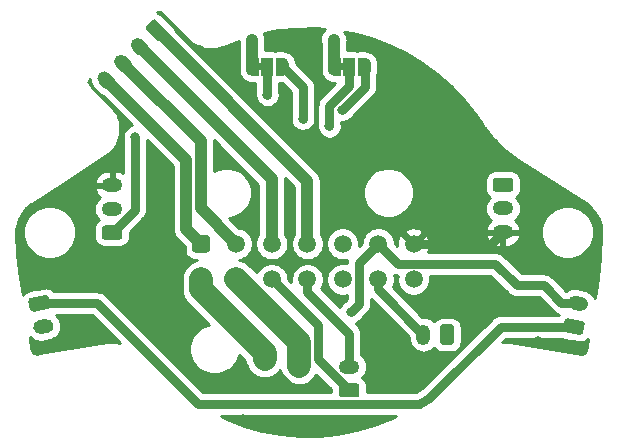
<source format=gbr>
%TF.GenerationSoftware,KiCad,Pcbnew,(5.1.9-0-10_14)*%
%TF.CreationDate,2021-09-13T08:54:23+02:00*%
%TF.ProjectId,v0_miniAB_pancake_board,76305f6d-696e-4694-9142-5f70616e6361,rev?*%
%TF.SameCoordinates,Original*%
%TF.FileFunction,Copper,L1,Top*%
%TF.FilePolarity,Positive*%
%FSLAX46Y46*%
G04 Gerber Fmt 4.6, Leading zero omitted, Abs format (unit mm)*
G04 Created by KiCad (PCBNEW (5.1.9-0-10_14)) date 2021-09-13 08:54:23*
%MOMM*%
%LPD*%
G01*
G04 APERTURE LIST*
%TA.AperFunction,EtchedComponent*%
%ADD10C,0.100000*%
%TD*%
%TA.AperFunction,SMDPad,CuDef*%
%ADD11C,0.100000*%
%TD*%
%TA.AperFunction,SMDPad,CuDef*%
%ADD12R,1.000000X1.500000*%
%TD*%
%TA.AperFunction,ComponentPad*%
%ADD13C,1.500000*%
%TD*%
%TA.AperFunction,ComponentPad*%
%ADD14O,1.750000X1.200000*%
%TD*%
%TA.AperFunction,ComponentPad*%
%ADD15O,1.200000X1.750000*%
%TD*%
%TA.AperFunction,ViaPad*%
%ADD16C,0.800000*%
%TD*%
%TA.AperFunction,Conductor*%
%ADD17C,1.000000*%
%TD*%
%TA.AperFunction,Conductor*%
%ADD18C,0.750000*%
%TD*%
%TA.AperFunction,Conductor*%
%ADD19C,2.000000*%
%TD*%
%TA.AperFunction,Conductor*%
%ADD20C,0.254000*%
%TD*%
%TA.AperFunction,Conductor*%
%ADD21C,0.100000*%
%TD*%
G04 APERTURE END LIST*
D10*
%TO.C,J11*%
G36*
X102550000Y-85700000D02*
G01*
X103050000Y-85700000D01*
X103050000Y-86300000D01*
X102550000Y-86300000D01*
X102550000Y-85700000D01*
G37*
%TO.C,J10*%
G36*
X95600000Y-85700000D02*
G01*
X96100000Y-85700000D01*
X96100000Y-86300000D01*
X95600000Y-86300000D01*
X95600000Y-85700000D01*
G37*
%TD*%
%TA.AperFunction,SMDPad,CuDef*%
D11*
%TO.P,J11,1*%
%TO.N,+5V*%
G36*
X102700000Y-86750000D02*
G01*
X102150000Y-86750000D01*
X102150000Y-86749398D01*
X102125466Y-86749398D01*
X102076635Y-86744588D01*
X102028510Y-86735016D01*
X101981555Y-86720772D01*
X101936222Y-86701995D01*
X101892949Y-86678864D01*
X101852150Y-86651604D01*
X101814221Y-86620476D01*
X101779524Y-86585779D01*
X101748396Y-86547850D01*
X101721136Y-86507051D01*
X101698005Y-86463778D01*
X101679228Y-86418445D01*
X101664984Y-86371490D01*
X101655412Y-86323365D01*
X101650602Y-86274534D01*
X101650602Y-86250000D01*
X101650000Y-86250000D01*
X101650000Y-85750000D01*
X101650602Y-85750000D01*
X101650602Y-85725466D01*
X101655412Y-85676635D01*
X101664984Y-85628510D01*
X101679228Y-85581555D01*
X101698005Y-85536222D01*
X101721136Y-85492949D01*
X101748396Y-85452150D01*
X101779524Y-85414221D01*
X101814221Y-85379524D01*
X101852150Y-85348396D01*
X101892949Y-85321136D01*
X101936222Y-85298005D01*
X101981555Y-85279228D01*
X102028510Y-85264984D01*
X102076635Y-85255412D01*
X102125466Y-85250602D01*
X102150000Y-85250602D01*
X102150000Y-85250000D01*
X102700000Y-85250000D01*
X102700000Y-86750000D01*
G37*
%TD.AperFunction*%
D12*
%TO.P,J11,2*%
%TO.N,/VFAN1*%
X103450000Y-86000000D03*
%TA.AperFunction,SMDPad,CuDef*%
D11*
%TO.P,J11,3*%
%TO.N,+24V*%
G36*
X104750000Y-85250602D02*
G01*
X104774534Y-85250602D01*
X104823365Y-85255412D01*
X104871490Y-85264984D01*
X104918445Y-85279228D01*
X104963778Y-85298005D01*
X105007051Y-85321136D01*
X105047850Y-85348396D01*
X105085779Y-85379524D01*
X105120476Y-85414221D01*
X105151604Y-85452150D01*
X105178864Y-85492949D01*
X105201995Y-85536222D01*
X105220772Y-85581555D01*
X105235016Y-85628510D01*
X105244588Y-85676635D01*
X105249398Y-85725466D01*
X105249398Y-85750000D01*
X105250000Y-85750000D01*
X105250000Y-86250000D01*
X105249398Y-86250000D01*
X105249398Y-86274534D01*
X105244588Y-86323365D01*
X105235016Y-86371490D01*
X105220772Y-86418445D01*
X105201995Y-86463778D01*
X105178864Y-86507051D01*
X105151604Y-86547850D01*
X105120476Y-86585779D01*
X105085779Y-86620476D01*
X105047850Y-86651604D01*
X105007051Y-86678864D01*
X104963778Y-86701995D01*
X104918445Y-86720772D01*
X104871490Y-86735016D01*
X104823365Y-86744588D01*
X104774534Y-86749398D01*
X104750000Y-86749398D01*
X104750000Y-86750000D01*
X104200000Y-86750000D01*
X104200000Y-85250000D01*
X104750000Y-85250000D01*
X104750000Y-85250602D01*
G37*
%TD.AperFunction*%
%TD*%
%TA.AperFunction,SMDPad,CuDef*%
%TO.P,J10,1*%
%TO.N,+5V*%
G36*
X95750000Y-86750000D02*
G01*
X95200000Y-86750000D01*
X95200000Y-86749398D01*
X95175466Y-86749398D01*
X95126635Y-86744588D01*
X95078510Y-86735016D01*
X95031555Y-86720772D01*
X94986222Y-86701995D01*
X94942949Y-86678864D01*
X94902150Y-86651604D01*
X94864221Y-86620476D01*
X94829524Y-86585779D01*
X94798396Y-86547850D01*
X94771136Y-86507051D01*
X94748005Y-86463778D01*
X94729228Y-86418445D01*
X94714984Y-86371490D01*
X94705412Y-86323365D01*
X94700602Y-86274534D01*
X94700602Y-86250000D01*
X94700000Y-86250000D01*
X94700000Y-85750000D01*
X94700602Y-85750000D01*
X94700602Y-85725466D01*
X94705412Y-85676635D01*
X94714984Y-85628510D01*
X94729228Y-85581555D01*
X94748005Y-85536222D01*
X94771136Y-85492949D01*
X94798396Y-85452150D01*
X94829524Y-85414221D01*
X94864221Y-85379524D01*
X94902150Y-85348396D01*
X94942949Y-85321136D01*
X94986222Y-85298005D01*
X95031555Y-85279228D01*
X95078510Y-85264984D01*
X95126635Y-85255412D01*
X95175466Y-85250602D01*
X95200000Y-85250602D01*
X95200000Y-85250000D01*
X95750000Y-85250000D01*
X95750000Y-86750000D01*
G37*
%TD.AperFunction*%
D12*
%TO.P,J10,2*%
%TO.N,/VFAN0*%
X96500000Y-86000000D03*
%TA.AperFunction,SMDPad,CuDef*%
D11*
%TO.P,J10,3*%
%TO.N,+24V*%
G36*
X97800000Y-85250602D02*
G01*
X97824534Y-85250602D01*
X97873365Y-85255412D01*
X97921490Y-85264984D01*
X97968445Y-85279228D01*
X98013778Y-85298005D01*
X98057051Y-85321136D01*
X98097850Y-85348396D01*
X98135779Y-85379524D01*
X98170476Y-85414221D01*
X98201604Y-85452150D01*
X98228864Y-85492949D01*
X98251995Y-85536222D01*
X98270772Y-85581555D01*
X98285016Y-85628510D01*
X98294588Y-85676635D01*
X98299398Y-85725466D01*
X98299398Y-85750000D01*
X98300000Y-85750000D01*
X98300000Y-86250000D01*
X98299398Y-86250000D01*
X98299398Y-86274534D01*
X98294588Y-86323365D01*
X98285016Y-86371490D01*
X98270772Y-86418445D01*
X98251995Y-86463778D01*
X98228864Y-86507051D01*
X98201604Y-86547850D01*
X98170476Y-86585779D01*
X98135779Y-86620476D01*
X98097850Y-86651604D01*
X98057051Y-86678864D01*
X98013778Y-86701995D01*
X97968445Y-86720772D01*
X97921490Y-86735016D01*
X97873365Y-86744588D01*
X97824534Y-86749398D01*
X97800000Y-86749398D01*
X97800000Y-86750000D01*
X97250000Y-86750000D01*
X97250000Y-85250000D01*
X97800000Y-85250000D01*
X97800000Y-85250602D01*
G37*
%TD.AperFunction*%
%TD*%
D13*
%TO.P,J9,14*%
%TO.N,+5V*%
X108880000Y-103990000D03*
%TO.P,J9,13*%
%TO.N,/fan1*%
X105880000Y-103990000D03*
%TO.P,J9,12*%
%TO.N,/sw0*%
X102880000Y-103990000D03*
%TO.P,J9,11*%
%TO.N,/therm1*%
X99880000Y-103990000D03*
%TO.P,J9,10*%
%TO.N,/therm0*%
X96880000Y-103990000D03*
%TO.P,J9,9*%
%TO.N,/heat_gnd*%
X93880000Y-103990000D03*
%TO.P,J9,8*%
%TO.N,+24V*%
X90880000Y-103990000D03*
%TO.P,J9,7*%
%TO.N,GND*%
X108880000Y-100990000D03*
%TO.P,J9,6*%
%TO.N,/fan0*%
X105880000Y-100990000D03*
%TO.P,J9,5*%
%TO.N,/sw1*%
X102880000Y-100990000D03*
%TO.P,J9,4*%
%TO.N,/B-*%
X99880000Y-100990000D03*
%TO.P,J9,3*%
%TO.N,/B+*%
X96880000Y-100990000D03*
%TO.P,J9,2*%
%TO.N,/A-*%
X93880000Y-100990000D03*
%TO.P,J9,1*%
%TO.N,/A+*%
%TA.AperFunction,ComponentPad*%
G36*
G01*
X90130000Y-101490000D02*
X90130000Y-100490000D01*
G75*
G02*
X90380000Y-100240000I250000J0D01*
G01*
X91380000Y-100240000D01*
G75*
G02*
X91630000Y-100490000I0J-250000D01*
G01*
X91630000Y-101490000D01*
G75*
G02*
X91380000Y-101740000I-250000J0D01*
G01*
X90380000Y-101740000D01*
G75*
G02*
X90130000Y-101490000I0J250000D01*
G01*
G37*
%TD.AperFunction*%
%TD*%
D14*
%TO.P,J8,3*%
%TO.N,GND*%
X83350000Y-96040000D03*
%TO.P,J8,2*%
%TO.N,/sw1*%
X83350000Y-98040000D03*
%TO.P,J8,1*%
%TO.N,+5V*%
%TA.AperFunction,ComponentPad*%
G36*
G01*
X83975001Y-100640000D02*
X82724999Y-100640000D01*
G75*
G02*
X82475000Y-100390001I0J249999D01*
G01*
X82475000Y-99689999D01*
G75*
G02*
X82724999Y-99440000I249999J0D01*
G01*
X83975001Y-99440000D01*
G75*
G02*
X84225000Y-99689999I0J-249999D01*
G01*
X84225000Y-100390001D01*
G75*
G02*
X83975001Y-100640000I-249999J0D01*
G01*
G37*
%TD.AperFunction*%
%TD*%
%TO.P,J7,3*%
%TO.N,GND*%
X116450000Y-100000000D03*
%TO.P,J7,2*%
%TO.N,/sw0*%
X116450000Y-98000000D03*
%TO.P,J7,1*%
%TO.N,+5V*%
%TA.AperFunction,ComponentPad*%
G36*
G01*
X115824999Y-95400000D02*
X117075001Y-95400000D01*
G75*
G02*
X117325000Y-95649999I0J-249999D01*
G01*
X117325000Y-96350001D01*
G75*
G02*
X117075001Y-96600000I-249999J0D01*
G01*
X115824999Y-96600000D01*
G75*
G02*
X115575000Y-96350001I0J249999D01*
G01*
X115575000Y-95649999D01*
G75*
G02*
X115824999Y-95400000I249999J0D01*
G01*
G37*
%TD.AperFunction*%
%TD*%
D15*
%TO.P,J6,2*%
%TO.N,/fan1*%
X109710000Y-108680000D03*
%TO.P,J6,1*%
%TO.N,/VFAN1*%
%TA.AperFunction,ComponentPad*%
G36*
G01*
X112310000Y-108054999D02*
X112310000Y-109305001D01*
G75*
G02*
X112060001Y-109555000I-249999J0D01*
G01*
X111359999Y-109555000D01*
G75*
G02*
X111110000Y-109305001I0J249999D01*
G01*
X111110000Y-108054999D01*
G75*
G02*
X111359999Y-107805000I249999J0D01*
G01*
X112060001Y-107805000D01*
G75*
G02*
X112310000Y-108054999I0J-249999D01*
G01*
G37*
%TD.AperFunction*%
%TD*%
%TO.P,J5,2*%
%TO.N,/fan0*%
%TA.AperFunction,ComponentPad*%
G36*
G01*
X122963929Y-106669022D02*
X122422285Y-106573516D01*
G75*
G02*
X121935589Y-105878442I104189J590885D01*
G01*
X121935589Y-105878442D01*
G75*
G02*
X122630663Y-105391746I590885J-104189D01*
G01*
X123172307Y-105487252D01*
G75*
G02*
X123659003Y-106182326I-104189J-590885D01*
G01*
X123659003Y-106182326D01*
G75*
G02*
X122963929Y-106669022I-590885J104189D01*
G01*
G37*
%TD.AperFunction*%
%TO.P,J5,1*%
%TO.N,/VFAN0*%
%TA.AperFunction,ComponentPad*%
G36*
G01*
X122961317Y-108699415D02*
X121730305Y-108482354D01*
G75*
G02*
X121527516Y-108192741I43412J246201D01*
G01*
X121649070Y-107503374D01*
G75*
G02*
X121938683Y-107300585I246201J-43412D01*
G01*
X123169695Y-107517646D01*
G75*
G02*
X123372484Y-107807259I-43412J-246201D01*
G01*
X123250930Y-108496626D01*
G75*
G02*
X122961317Y-108699415I-246201J43412D01*
G01*
G37*
%TD.AperFunction*%
%TD*%
%TO.P,J4,2*%
%TO.N,/fan0*%
%TA.AperFunction,ComponentPad*%
G36*
G01*
X77162285Y-107456484D02*
X77703929Y-107360978D01*
G75*
G02*
X78399003Y-107847674I104189J-590885D01*
G01*
X78399003Y-107847674D01*
G75*
G02*
X77912307Y-108542748I-590885J-104189D01*
G01*
X77370663Y-108638254D01*
G75*
G02*
X76675589Y-108151558I-104189J590885D01*
G01*
X76675589Y-108151558D01*
G75*
G02*
X77162285Y-107456484I590885J104189D01*
G01*
G37*
%TD.AperFunction*%
%TO.P,J4,1*%
%TO.N,/VFAN0*%
%TA.AperFunction,ComponentPad*%
G36*
G01*
X76470305Y-105547646D02*
X77701317Y-105330585D01*
G75*
G02*
X77990930Y-105533374I43412J-246201D01*
G01*
X78112484Y-106222741D01*
G75*
G02*
X77909695Y-106512354I-246201J-43412D01*
G01*
X76678683Y-106729415D01*
G75*
G02*
X76389070Y-106526626I-43412J246201D01*
G01*
X76267516Y-105837259D01*
G75*
G02*
X76470305Y-105547646I246201J43412D01*
G01*
G37*
%TD.AperFunction*%
%TD*%
D14*
%TO.P,J3,2*%
%TO.N,/therm1*%
X103420000Y-111400000D03*
%TO.P,J3,1*%
%TO.N,/therm0*%
%TA.AperFunction,ComponentPad*%
G36*
G01*
X104045001Y-114000000D02*
X102794999Y-114000000D01*
G75*
G02*
X102545000Y-113750001I0J249999D01*
G01*
X102545000Y-113049999D01*
G75*
G02*
X102794999Y-112800000I249999J0D01*
G01*
X104045001Y-112800000D01*
G75*
G02*
X104295000Y-113049999I0J-249999D01*
G01*
X104295000Y-113750001D01*
G75*
G02*
X104045001Y-114000000I-249999J0D01*
G01*
G37*
%TD.AperFunction*%
%TD*%
D13*
%TO.P,J2,2*%
%TO.N,/heat_gnd*%
X99204882Y-111302427D03*
%TO.P,J2,1*%
%TO.N,+24V*%
%TA.AperFunction,ComponentPad*%
G36*
G01*
X96607707Y-111561625D02*
X95626080Y-111370816D01*
G75*
G02*
X95428375Y-111077707I47702J245407D01*
G01*
X95619184Y-110096080D01*
G75*
G02*
X95912293Y-109898375I245407J-47702D01*
G01*
X96893920Y-110089184D01*
G75*
G02*
X97091625Y-110382293I-47702J-245407D01*
G01*
X96900816Y-111363920D01*
G75*
G02*
X96607707Y-111561625I-245407J47702D01*
G01*
G37*
%TD.AperFunction*%
%TD*%
%TO.P,J1,4*%
%TO.N,/A+*%
%TA.AperFunction,ComponentPad*%
G36*
G01*
X83117169Y-86553923D02*
X83506077Y-86942831D01*
G75*
G02*
X83506077Y-87791359I-424264J-424264D01*
G01*
X83506077Y-87791359D01*
G75*
G02*
X82657549Y-87791359I-424264J424264D01*
G01*
X82268641Y-87402451D01*
G75*
G02*
X82268641Y-86553923I424264J424264D01*
G01*
X82268641Y-86553923D01*
G75*
G02*
X83117169Y-86553923I424264J-424264D01*
G01*
G37*
%TD.AperFunction*%
%TO.P,J1,3*%
%TO.N,/A-*%
%TA.AperFunction,ComponentPad*%
G36*
G01*
X84531383Y-85139709D02*
X84920291Y-85528617D01*
G75*
G02*
X84920291Y-86377145I-424264J-424264D01*
G01*
X84920291Y-86377145D01*
G75*
G02*
X84071763Y-86377145I-424264J424264D01*
G01*
X83682855Y-85988237D01*
G75*
G02*
X83682855Y-85139709I424264J424264D01*
G01*
X83682855Y-85139709D01*
G75*
G02*
X84531383Y-85139709I424264J-424264D01*
G01*
G37*
%TD.AperFunction*%
%TO.P,J1,2*%
%TO.N,/B+*%
%TA.AperFunction,ComponentPad*%
G36*
G01*
X85945596Y-83725496D02*
X86334504Y-84114404D01*
G75*
G02*
X86334504Y-84962932I-424264J-424264D01*
G01*
X86334504Y-84962932D01*
G75*
G02*
X85485976Y-84962932I-424264J424264D01*
G01*
X85097068Y-84574024D01*
G75*
G02*
X85097068Y-83725496I424264J424264D01*
G01*
X85097068Y-83725496D01*
G75*
G02*
X85945596Y-83725496I424264J-424264D01*
G01*
G37*
%TD.AperFunction*%
%TO.P,J1,1*%
%TO.N,/B-*%
%TA.AperFunction,ComponentPad*%
G36*
G01*
X87112322Y-82063793D02*
X87996207Y-82947678D01*
G75*
G02*
X87996207Y-83301230I-176776J-176776D01*
G01*
X87501230Y-83796207D01*
G75*
G02*
X87147678Y-83796207I-176776J176776D01*
G01*
X86263793Y-82912322D01*
G75*
G02*
X86263793Y-82558770I176776J176776D01*
G01*
X86758770Y-82063793D01*
G75*
G02*
X87112322Y-82063793I176776J-176776D01*
G01*
G37*
%TD.AperFunction*%
%TD*%
D16*
%TO.N,/fan0*%
X103600000Y-106750000D03*
%TO.N,+5V*%
X95199994Y-83700000D03*
X102099988Y-83700000D03*
X85300000Y-91950000D03*
%TO.N,GND*%
X86100000Y-103950000D03*
X87550000Y-108700000D03*
X76350000Y-103100000D03*
X94450000Y-115850000D03*
X94450000Y-112900000D03*
X105400000Y-115900000D03*
X108100000Y-112500000D03*
X113900000Y-108100000D03*
X116600000Y-93800000D03*
X119450000Y-105800000D03*
X108550000Y-85500000D03*
X106500000Y-88950000D03*
X98000000Y-89200000D03*
X88000000Y-97400000D03*
X93000000Y-86400000D03*
X90800000Y-84600000D03*
X100200000Y-85200000D03*
X100800000Y-112800000D03*
X105600000Y-107400000D03*
X110400000Y-105400000D03*
X81800000Y-108700000D03*
X119450000Y-109200000D03*
%TO.N,+24V*%
X99500000Y-90400000D03*
X102859377Y-89638251D03*
%TO.N,/VFAN0*%
X96499993Y-88375010D03*
%TO.N,/VFAN1*%
X101750000Y-91050000D03*
%TD*%
D17*
%TO.N,/B-*%
X99880000Y-95680000D02*
X87130000Y-82930000D01*
X99880000Y-100990000D02*
X99880000Y-95680000D01*
%TO.N,/B+*%
X96880000Y-95508428D02*
X96880000Y-100990000D01*
X85715786Y-84344214D02*
X96880000Y-95508428D01*
%TO.N,/A-*%
X90839999Y-97949999D02*
X90839999Y-92296853D01*
X93880000Y-100990000D02*
X90839999Y-97949999D01*
X90839999Y-92296853D02*
X84301573Y-85758427D01*
%TO.N,/A+*%
X90880000Y-100990000D02*
X89639988Y-99749988D01*
X89639988Y-99749988D02*
X89639988Y-93925270D01*
X89639988Y-93925270D02*
X82887359Y-87172641D01*
D18*
%TO.N,/therm1*%
X103420000Y-108590660D02*
X103420000Y-111400000D01*
X99880000Y-105050660D02*
X103420000Y-108590660D01*
X99880000Y-103990000D02*
X99880000Y-105050660D01*
%TO.N,/therm0*%
X100789434Y-110769434D02*
X103420000Y-113400000D01*
X96880000Y-103990000D02*
X100789434Y-107899434D01*
X100789434Y-107899434D02*
X100789434Y-110769434D01*
%TO.N,/fan0*%
X104249999Y-102620001D02*
X104249999Y-106100001D01*
X105880000Y-100990000D02*
X104249999Y-102620001D01*
X104249999Y-106100001D02*
X103600000Y-106750000D01*
X107554999Y-102664999D02*
X105880000Y-100990000D01*
X115764999Y-102664999D02*
X107554999Y-102664999D01*
X117600000Y-104500000D02*
X115764999Y-102664999D01*
X119900000Y-104500000D02*
X117600000Y-104500000D01*
X121400000Y-106000000D02*
X119900000Y-104500000D01*
X122766912Y-106000000D02*
X121400000Y-106000000D01*
X122797296Y-106030384D02*
X122766912Y-106000000D01*
D17*
%TO.N,+5V*%
X95200000Y-86000000D02*
X95200000Y-83700006D01*
X95200000Y-83700006D02*
X95199994Y-83700000D01*
X102150000Y-83750012D02*
X102099988Y-83700000D01*
X102150000Y-86000000D02*
X102150000Y-83750012D01*
D18*
X85300000Y-98090000D02*
X85300000Y-91950000D01*
X83350000Y-100040000D02*
X85300000Y-98090000D01*
%TO.N,/fan1*%
X105880000Y-104850000D02*
X109710000Y-108680000D01*
X105880000Y-103990000D02*
X105880000Y-104850000D01*
%TO.N,GND*%
X115460000Y-100990000D02*
X116450000Y-100000000D01*
X108880000Y-100990000D02*
X115460000Y-100990000D01*
D19*
%TO.N,/heat_gnd*%
X99214423Y-109324423D02*
X93880000Y-103990000D01*
X99204882Y-109333964D02*
X99214423Y-109324423D01*
X99204882Y-111302427D02*
X99204882Y-109333964D01*
%TO.N,+24V*%
X90880000Y-104858207D02*
X90880000Y-103990000D01*
D18*
X97800000Y-86000000D02*
X99500000Y-87700000D01*
X99500000Y-87700000D02*
X99500000Y-90400000D01*
X104750000Y-87747628D02*
X102859377Y-89638251D01*
X104750000Y-86000000D02*
X104750000Y-87747628D01*
D19*
X96260000Y-110238207D02*
X90880000Y-104858207D01*
X96260000Y-110730000D02*
X96260000Y-110238207D01*
D18*
%TO.N,/VFAN0*%
X96500000Y-86000000D02*
X96500000Y-88375003D01*
X96500000Y-88375003D02*
X96499993Y-88375010D01*
X90634572Y-114575010D02*
X82089562Y-106030000D01*
X109365426Y-114575010D02*
X90634572Y-114575010D01*
X109528823Y-114469144D02*
X109365426Y-114575010D01*
X109743789Y-114325263D02*
X109528823Y-114469144D01*
X82089562Y-106030000D02*
X77190000Y-106030000D01*
X110375249Y-113874751D02*
X110167188Y-114027933D01*
X109956669Y-114178129D02*
X109743789Y-114325263D01*
X110167188Y-114027933D02*
X109956669Y-114178129D01*
X116250000Y-108000000D02*
X110375249Y-113874751D01*
X122450000Y-108000000D02*
X116250000Y-108000000D01*
%TO.N,/VFAN1*%
X101750000Y-89323401D02*
X101750000Y-91050000D01*
X103450000Y-86000000D02*
X103450000Y-87623401D01*
X103450000Y-87623401D02*
X101750000Y-89323401D01*
%TD*%
D20*
%TO.N,GND*%
X107016151Y-115774241D02*
X105529072Y-116354890D01*
X103994737Y-116795688D01*
X102426219Y-117092879D01*
X100836974Y-117243912D01*
X99240560Y-117247502D01*
X97650659Y-117103615D01*
X96080822Y-116813479D01*
X94544504Y-116379579D01*
X93054834Y-115805623D01*
X92609851Y-115585010D01*
X107393563Y-115585010D01*
X107016151Y-115774241D01*
%TA.AperFunction,Conductor*%
D21*
G36*
X107016151Y-115774241D02*
G01*
X105529072Y-116354890D01*
X103994737Y-116795688D01*
X102426219Y-117092879D01*
X100836974Y-117243912D01*
X99240560Y-117247502D01*
X97650659Y-117103615D01*
X96080822Y-116813479D01*
X94544504Y-116379579D01*
X93054834Y-115805623D01*
X92609851Y-115585010D01*
X107393563Y-115585010D01*
X107016151Y-115774241D01*
G37*
%TD.AperFunction*%
D20*
X107357005Y-103660384D02*
X107505391Y-103674999D01*
X107505393Y-103674999D01*
X107530041Y-103677427D01*
X107495000Y-103853589D01*
X107495000Y-104126411D01*
X107548225Y-104393989D01*
X107652629Y-104646043D01*
X107804201Y-104872886D01*
X107997114Y-105065799D01*
X108223957Y-105217371D01*
X108476011Y-105321775D01*
X108743589Y-105375000D01*
X109016411Y-105375000D01*
X109283989Y-105321775D01*
X109536043Y-105217371D01*
X109762886Y-105065799D01*
X109955799Y-104872886D01*
X110107371Y-104646043D01*
X110211775Y-104393989D01*
X110265000Y-104126411D01*
X110265000Y-103853589D01*
X110229476Y-103674999D01*
X115346644Y-103674999D01*
X116850739Y-105179094D01*
X116882367Y-105217633D01*
X117036160Y-105343847D01*
X117211620Y-105437632D01*
X117402006Y-105495385D01*
X117550392Y-105510000D01*
X117550394Y-105510000D01*
X117599999Y-105514886D01*
X117649604Y-105510000D01*
X119481645Y-105510000D01*
X120650739Y-106679094D01*
X120682367Y-106717633D01*
X120836160Y-106843847D01*
X121011620Y-106937632D01*
X121184254Y-106990000D01*
X116299608Y-106990000D01*
X116250000Y-106985114D01*
X116052005Y-107004615D01*
X115943160Y-107037633D01*
X115861620Y-107062368D01*
X115686160Y-107156153D01*
X115532367Y-107282367D01*
X115500744Y-107320900D01*
X109715009Y-113106636D01*
X109574446Y-113210123D01*
X109376199Y-113351563D01*
X109175705Y-113490137D01*
X109063840Y-113565010D01*
X104933072Y-113565010D01*
X104933072Y-113049999D01*
X104916008Y-112876745D01*
X104865472Y-112710149D01*
X104783405Y-112556613D01*
X104672962Y-112422038D01*
X104538387Y-112311595D01*
X104533889Y-112309191D01*
X104572502Y-112277502D01*
X104726833Y-112089449D01*
X104841511Y-111874901D01*
X104912130Y-111642102D01*
X104935975Y-111400000D01*
X104912130Y-111157898D01*
X104841511Y-110925099D01*
X104726833Y-110710551D01*
X104572502Y-110522498D01*
X104430000Y-110405550D01*
X104430000Y-108640267D01*
X104434886Y-108590659D01*
X104415385Y-108392665D01*
X104357632Y-108202280D01*
X104336481Y-108162710D01*
X104263847Y-108026820D01*
X104137633Y-107873027D01*
X104099094Y-107841399D01*
X103973332Y-107715637D01*
X104090256Y-107667205D01*
X104259774Y-107553937D01*
X104403937Y-107409774D01*
X104475132Y-107303222D01*
X104929088Y-106849266D01*
X104967632Y-106817634D01*
X105093846Y-106663841D01*
X105187631Y-106488381D01*
X105245384Y-106297995D01*
X105259999Y-106149609D01*
X105259999Y-106149607D01*
X105264885Y-106100002D01*
X105259999Y-106050397D01*
X105259999Y-105658354D01*
X108475000Y-108873356D01*
X108475000Y-109015664D01*
X108492870Y-109197101D01*
X108563489Y-109429900D01*
X108678167Y-109644448D01*
X108832498Y-109832502D01*
X109020551Y-109986833D01*
X109235099Y-110101511D01*
X109467898Y-110172130D01*
X109710000Y-110195975D01*
X109952101Y-110172130D01*
X110184900Y-110101511D01*
X110399448Y-109986833D01*
X110587502Y-109832502D01*
X110619191Y-109793889D01*
X110621595Y-109798387D01*
X110732038Y-109932962D01*
X110866613Y-110043405D01*
X111020149Y-110125472D01*
X111186745Y-110176008D01*
X111359999Y-110193072D01*
X112060001Y-110193072D01*
X112233255Y-110176008D01*
X112399851Y-110125472D01*
X112553387Y-110043405D01*
X112687962Y-109932962D01*
X112798405Y-109798387D01*
X112880472Y-109644851D01*
X112931008Y-109478255D01*
X112948072Y-109305001D01*
X112948072Y-108054999D01*
X112931008Y-107881745D01*
X112880472Y-107715149D01*
X112798405Y-107561613D01*
X112687962Y-107427038D01*
X112553387Y-107316595D01*
X112399851Y-107234528D01*
X112233255Y-107183992D01*
X112060001Y-107166928D01*
X111359999Y-107166928D01*
X111186745Y-107183992D01*
X111020149Y-107234528D01*
X110866613Y-107316595D01*
X110732038Y-107427038D01*
X110621595Y-107561613D01*
X110619191Y-107566111D01*
X110587502Y-107527498D01*
X110399449Y-107373167D01*
X110184901Y-107258489D01*
X109952102Y-107187870D01*
X109710000Y-107164025D01*
X109630237Y-107171881D01*
X107106180Y-104647825D01*
X107107371Y-104646043D01*
X107211775Y-104393989D01*
X107265000Y-104126411D01*
X107265000Y-103853589D01*
X107218193Y-103618276D01*
X107357005Y-103660384D01*
%TA.AperFunction,Conductor*%
D21*
G36*
X107357005Y-103660384D02*
G01*
X107505391Y-103674999D01*
X107505393Y-103674999D01*
X107530041Y-103677427D01*
X107495000Y-103853589D01*
X107495000Y-104126411D01*
X107548225Y-104393989D01*
X107652629Y-104646043D01*
X107804201Y-104872886D01*
X107997114Y-105065799D01*
X108223957Y-105217371D01*
X108476011Y-105321775D01*
X108743589Y-105375000D01*
X109016411Y-105375000D01*
X109283989Y-105321775D01*
X109536043Y-105217371D01*
X109762886Y-105065799D01*
X109955799Y-104872886D01*
X110107371Y-104646043D01*
X110211775Y-104393989D01*
X110265000Y-104126411D01*
X110265000Y-103853589D01*
X110229476Y-103674999D01*
X115346644Y-103674999D01*
X116850739Y-105179094D01*
X116882367Y-105217633D01*
X117036160Y-105343847D01*
X117211620Y-105437632D01*
X117402006Y-105495385D01*
X117550392Y-105510000D01*
X117550394Y-105510000D01*
X117599999Y-105514886D01*
X117649604Y-105510000D01*
X119481645Y-105510000D01*
X120650739Y-106679094D01*
X120682367Y-106717633D01*
X120836160Y-106843847D01*
X121011620Y-106937632D01*
X121184254Y-106990000D01*
X116299608Y-106990000D01*
X116250000Y-106985114D01*
X116052005Y-107004615D01*
X115943160Y-107037633D01*
X115861620Y-107062368D01*
X115686160Y-107156153D01*
X115532367Y-107282367D01*
X115500744Y-107320900D01*
X109715009Y-113106636D01*
X109574446Y-113210123D01*
X109376199Y-113351563D01*
X109175705Y-113490137D01*
X109063840Y-113565010D01*
X104933072Y-113565010D01*
X104933072Y-113049999D01*
X104916008Y-112876745D01*
X104865472Y-112710149D01*
X104783405Y-112556613D01*
X104672962Y-112422038D01*
X104538387Y-112311595D01*
X104533889Y-112309191D01*
X104572502Y-112277502D01*
X104726833Y-112089449D01*
X104841511Y-111874901D01*
X104912130Y-111642102D01*
X104935975Y-111400000D01*
X104912130Y-111157898D01*
X104841511Y-110925099D01*
X104726833Y-110710551D01*
X104572502Y-110522498D01*
X104430000Y-110405550D01*
X104430000Y-108640267D01*
X104434886Y-108590659D01*
X104415385Y-108392665D01*
X104357632Y-108202280D01*
X104336481Y-108162710D01*
X104263847Y-108026820D01*
X104137633Y-107873027D01*
X104099094Y-107841399D01*
X103973332Y-107715637D01*
X104090256Y-107667205D01*
X104259774Y-107553937D01*
X104403937Y-107409774D01*
X104475132Y-107303222D01*
X104929088Y-106849266D01*
X104967632Y-106817634D01*
X105093846Y-106663841D01*
X105187631Y-106488381D01*
X105245384Y-106297995D01*
X105259999Y-106149609D01*
X105259999Y-106149607D01*
X105264885Y-106100002D01*
X105259999Y-106050397D01*
X105259999Y-105658354D01*
X108475000Y-108873356D01*
X108475000Y-109015664D01*
X108492870Y-109197101D01*
X108563489Y-109429900D01*
X108678167Y-109644448D01*
X108832498Y-109832502D01*
X109020551Y-109986833D01*
X109235099Y-110101511D01*
X109467898Y-110172130D01*
X109710000Y-110195975D01*
X109952101Y-110172130D01*
X110184900Y-110101511D01*
X110399448Y-109986833D01*
X110587502Y-109832502D01*
X110619191Y-109793889D01*
X110621595Y-109798387D01*
X110732038Y-109932962D01*
X110866613Y-110043405D01*
X111020149Y-110125472D01*
X111186745Y-110176008D01*
X111359999Y-110193072D01*
X112060001Y-110193072D01*
X112233255Y-110176008D01*
X112399851Y-110125472D01*
X112553387Y-110043405D01*
X112687962Y-109932962D01*
X112798405Y-109798387D01*
X112880472Y-109644851D01*
X112931008Y-109478255D01*
X112948072Y-109305001D01*
X112948072Y-108054999D01*
X112931008Y-107881745D01*
X112880472Y-107715149D01*
X112798405Y-107561613D01*
X112687962Y-107427038D01*
X112553387Y-107316595D01*
X112399851Y-107234528D01*
X112233255Y-107183992D01*
X112060001Y-107166928D01*
X111359999Y-107166928D01*
X111186745Y-107183992D01*
X111020149Y-107234528D01*
X110866613Y-107316595D01*
X110732038Y-107427038D01*
X110621595Y-107561613D01*
X110619191Y-107566111D01*
X110587502Y-107527498D01*
X110399449Y-107373167D01*
X110184901Y-107258489D01*
X109952102Y-107187870D01*
X109710000Y-107164025D01*
X109630237Y-107171881D01*
X107106180Y-104647825D01*
X107107371Y-104646043D01*
X107211775Y-104393989D01*
X107265000Y-104126411D01*
X107265000Y-103853589D01*
X107218193Y-103618276D01*
X107357005Y-103660384D01*
G37*
%TD.AperFunction*%
D20*
X81475775Y-87220289D02*
X81546394Y-87453086D01*
X81661073Y-87667635D01*
X81776732Y-87808567D01*
X82251433Y-88283268D01*
X82392365Y-88398927D01*
X82606914Y-88513606D01*
X82630281Y-88520695D01*
X85053367Y-90943781D01*
X84998102Y-90954774D01*
X84809744Y-91032795D01*
X84640226Y-91146063D01*
X84496063Y-91290226D01*
X84382795Y-91459744D01*
X84304774Y-91648102D01*
X84265000Y-91848061D01*
X84265000Y-92051939D01*
X84290001Y-92177628D01*
X84290001Y-94998228D01*
X84214946Y-94947610D01*
X83990496Y-94853507D01*
X83752000Y-94805000D01*
X83477000Y-94805000D01*
X83477000Y-95913000D01*
X83497000Y-95913000D01*
X83497000Y-96167000D01*
X83477000Y-96167000D01*
X83477000Y-96187000D01*
X83223000Y-96187000D01*
X83223000Y-96167000D01*
X82006269Y-96167000D01*
X81881538Y-96357609D01*
X81885409Y-96395282D01*
X81977579Y-96620533D01*
X82111922Y-96823474D01*
X82283275Y-96996307D01*
X82347348Y-97039519D01*
X82197498Y-97162498D01*
X82043167Y-97350551D01*
X81928489Y-97565099D01*
X81857870Y-97797898D01*
X81834025Y-98040000D01*
X81857870Y-98282102D01*
X81928489Y-98514901D01*
X82043167Y-98729449D01*
X82197498Y-98917502D01*
X82236111Y-98949191D01*
X82231613Y-98951595D01*
X82097038Y-99062038D01*
X81986595Y-99196613D01*
X81904528Y-99350149D01*
X81853992Y-99516745D01*
X81836928Y-99689999D01*
X81836928Y-100390001D01*
X81853992Y-100563255D01*
X81904528Y-100729851D01*
X81986595Y-100883387D01*
X82097038Y-101017962D01*
X82231613Y-101128405D01*
X82385149Y-101210472D01*
X82551745Y-101261008D01*
X82724999Y-101278072D01*
X83975001Y-101278072D01*
X84148255Y-101261008D01*
X84314851Y-101210472D01*
X84468387Y-101128405D01*
X84602962Y-101017962D01*
X84713405Y-100883387D01*
X84795472Y-100729851D01*
X84846008Y-100563255D01*
X84863072Y-100390001D01*
X84863072Y-99955283D01*
X85979100Y-98839256D01*
X86017633Y-98807633D01*
X86143847Y-98653840D01*
X86237632Y-98478380D01*
X86295385Y-98287994D01*
X86310000Y-98139608D01*
X86310000Y-98139606D01*
X86314886Y-98090001D01*
X86310000Y-98040396D01*
X86310000Y-92200414D01*
X88504989Y-94395404D01*
X88504988Y-99694236D01*
X88499497Y-99749988D01*
X88504988Y-99805739D01*
X88521411Y-99972486D01*
X88586312Y-100186434D01*
X88691704Y-100383611D01*
X88833539Y-100556437D01*
X88876853Y-100591984D01*
X89491928Y-101207060D01*
X89491928Y-101490000D01*
X89508992Y-101663254D01*
X89559528Y-101829850D01*
X89641595Y-101983386D01*
X89752038Y-102117962D01*
X89886614Y-102228405D01*
X90040150Y-102310472D01*
X90206746Y-102361008D01*
X90380000Y-102378072D01*
X90565425Y-102378072D01*
X90559485Y-102378657D01*
X90251286Y-102472148D01*
X89967249Y-102623969D01*
X89718287Y-102828286D01*
X89513969Y-103077248D01*
X89362148Y-103361285D01*
X89268657Y-103669484D01*
X89245000Y-103909678D01*
X89245000Y-104777888D01*
X89237089Y-104858207D01*
X89245000Y-104938526D01*
X89245000Y-104938528D01*
X89268657Y-105178722D01*
X89362148Y-105486921D01*
X89513969Y-105770958D01*
X89718286Y-106019921D01*
X89780687Y-106071132D01*
X91534817Y-107825262D01*
X91396615Y-107852752D01*
X91008069Y-108013693D01*
X90658388Y-108247342D01*
X90361008Y-108544722D01*
X90127359Y-108894403D01*
X89966418Y-109282949D01*
X89884371Y-109695426D01*
X89884371Y-110115984D01*
X89966418Y-110528461D01*
X90127359Y-110917007D01*
X90361008Y-111266688D01*
X90658388Y-111564068D01*
X91008069Y-111797717D01*
X91396615Y-111958658D01*
X91809092Y-112040705D01*
X92229650Y-112040705D01*
X92642127Y-111958658D01*
X93030673Y-111797717D01*
X93380354Y-111564068D01*
X93677734Y-111266688D01*
X93911383Y-110917007D01*
X94072324Y-110528461D01*
X94099814Y-110390260D01*
X94636485Y-110926931D01*
X94648657Y-111050515D01*
X94742148Y-111358714D01*
X94893969Y-111642751D01*
X95098286Y-111891714D01*
X95347248Y-112096031D01*
X95631285Y-112247852D01*
X95939484Y-112341343D01*
X96260000Y-112372911D01*
X96580515Y-112341343D01*
X96888714Y-112247852D01*
X97172751Y-112096031D01*
X97421714Y-111891714D01*
X97606695Y-111666313D01*
X97687030Y-111931141D01*
X97838851Y-112215178D01*
X98043168Y-112464141D01*
X98292130Y-112668458D01*
X98576167Y-112820279D01*
X98884366Y-112913770D01*
X99204882Y-112945338D01*
X99525397Y-112913770D01*
X99833596Y-112820279D01*
X100117633Y-112668458D01*
X100366596Y-112464141D01*
X100570913Y-112215179D01*
X100653087Y-112061442D01*
X101906928Y-113315283D01*
X101906928Y-113565010D01*
X91052927Y-113565010D01*
X82838823Y-105350906D01*
X82807195Y-105312367D01*
X82653402Y-105186153D01*
X82477942Y-105092368D01*
X82287556Y-105034615D01*
X82139170Y-105020000D01*
X82089562Y-105015114D01*
X82039954Y-105020000D01*
X78431229Y-105020000D01*
X78386239Y-104962673D01*
X78254105Y-104849321D01*
X78102396Y-104763924D01*
X77936942Y-104709766D01*
X77764102Y-104688926D01*
X77590517Y-104702207D01*
X76359505Y-104919268D01*
X76191846Y-104966158D01*
X76036557Y-105044856D01*
X75899604Y-105152337D01*
X75786252Y-105284470D01*
X75774624Y-105305127D01*
X75543246Y-103894728D01*
X75312565Y-101951328D01*
X75236184Y-100023875D01*
X75260196Y-99778971D01*
X75835858Y-99778971D01*
X75835858Y-100221029D01*
X75922100Y-100654592D01*
X76091268Y-101063000D01*
X76336861Y-101430557D01*
X76649443Y-101743139D01*
X77017000Y-101988732D01*
X77425408Y-102157900D01*
X77858971Y-102244142D01*
X78301029Y-102244142D01*
X78734592Y-102157900D01*
X79143000Y-101988732D01*
X79510557Y-101743139D01*
X79823139Y-101430557D01*
X80068732Y-101063000D01*
X80237900Y-100654592D01*
X80324142Y-100221029D01*
X80324142Y-99778971D01*
X80237900Y-99345408D01*
X80068732Y-98937000D01*
X79823139Y-98569443D01*
X79510557Y-98256861D01*
X79143000Y-98011268D01*
X78734592Y-97842100D01*
X78301029Y-97755858D01*
X77858971Y-97755858D01*
X77425408Y-97842100D01*
X77017000Y-98011268D01*
X76649443Y-98256861D01*
X76336861Y-98569443D01*
X76091268Y-98937000D01*
X75922100Y-99345408D01*
X75835858Y-99778971D01*
X75260196Y-99778971D01*
X75292640Y-99448088D01*
X75452926Y-98917196D01*
X75713274Y-98427553D01*
X76063773Y-97997799D01*
X76516003Y-97623681D01*
X76540702Y-97607385D01*
X79462105Y-95722391D01*
X81881538Y-95722391D01*
X82006269Y-95913000D01*
X83223000Y-95913000D01*
X83223000Y-94805000D01*
X82948000Y-94805000D01*
X82709504Y-94853507D01*
X82485054Y-94947610D01*
X82283275Y-95083693D01*
X82111922Y-95256526D01*
X81977579Y-95459467D01*
X81885409Y-95684718D01*
X81881538Y-95722391D01*
X79462105Y-95722391D01*
X82261054Y-93916409D01*
X82273850Y-93906246D01*
X82981752Y-93403609D01*
X83023816Y-93369574D01*
X83037079Y-93360198D01*
X83044794Y-93353430D01*
X83239702Y-93180015D01*
X83276859Y-93139803D01*
X83315826Y-93101377D01*
X83322340Y-93093447D01*
X83567983Y-92790103D01*
X83604665Y-92734472D01*
X83642098Y-92679390D01*
X83646944Y-92670351D01*
X83646947Y-92670347D01*
X83646949Y-92670343D01*
X83828992Y-92325067D01*
X83854173Y-92263363D01*
X83880191Y-92202069D01*
X83883192Y-92192256D01*
X83994706Y-91818193D01*
X84007428Y-91752744D01*
X84021040Y-91687589D01*
X84022077Y-91677379D01*
X84058810Y-91288780D01*
X84058577Y-91222141D01*
X84059275Y-91155552D01*
X84058309Y-91145335D01*
X84018864Y-90757002D01*
X84005697Y-90691700D01*
X83993442Y-90626218D01*
X83990511Y-90616383D01*
X83876389Y-90243108D01*
X83850773Y-90181569D01*
X83826049Y-90119755D01*
X83821263Y-90110677D01*
X83636811Y-89766676D01*
X83599734Y-89711291D01*
X83563470Y-89655450D01*
X83557012Y-89647474D01*
X83354677Y-89401147D01*
X83354284Y-89400417D01*
X83285227Y-89316728D01*
X81596031Y-87636548D01*
X81459518Y-87492515D01*
X81397934Y-87417541D01*
X81373821Y-87372570D01*
X81358900Y-87323767D01*
X81353743Y-87272998D01*
X81358546Y-87222193D01*
X81373125Y-87173287D01*
X81396926Y-87128144D01*
X81450304Y-87062229D01*
X81459319Y-87053214D01*
X81475775Y-87220289D01*
%TA.AperFunction,Conductor*%
D21*
G36*
X81475775Y-87220289D02*
G01*
X81546394Y-87453086D01*
X81661073Y-87667635D01*
X81776732Y-87808567D01*
X82251433Y-88283268D01*
X82392365Y-88398927D01*
X82606914Y-88513606D01*
X82630281Y-88520695D01*
X85053367Y-90943781D01*
X84998102Y-90954774D01*
X84809744Y-91032795D01*
X84640226Y-91146063D01*
X84496063Y-91290226D01*
X84382795Y-91459744D01*
X84304774Y-91648102D01*
X84265000Y-91848061D01*
X84265000Y-92051939D01*
X84290001Y-92177628D01*
X84290001Y-94998228D01*
X84214946Y-94947610D01*
X83990496Y-94853507D01*
X83752000Y-94805000D01*
X83477000Y-94805000D01*
X83477000Y-95913000D01*
X83497000Y-95913000D01*
X83497000Y-96167000D01*
X83477000Y-96167000D01*
X83477000Y-96187000D01*
X83223000Y-96187000D01*
X83223000Y-96167000D01*
X82006269Y-96167000D01*
X81881538Y-96357609D01*
X81885409Y-96395282D01*
X81977579Y-96620533D01*
X82111922Y-96823474D01*
X82283275Y-96996307D01*
X82347348Y-97039519D01*
X82197498Y-97162498D01*
X82043167Y-97350551D01*
X81928489Y-97565099D01*
X81857870Y-97797898D01*
X81834025Y-98040000D01*
X81857870Y-98282102D01*
X81928489Y-98514901D01*
X82043167Y-98729449D01*
X82197498Y-98917502D01*
X82236111Y-98949191D01*
X82231613Y-98951595D01*
X82097038Y-99062038D01*
X81986595Y-99196613D01*
X81904528Y-99350149D01*
X81853992Y-99516745D01*
X81836928Y-99689999D01*
X81836928Y-100390001D01*
X81853992Y-100563255D01*
X81904528Y-100729851D01*
X81986595Y-100883387D01*
X82097038Y-101017962D01*
X82231613Y-101128405D01*
X82385149Y-101210472D01*
X82551745Y-101261008D01*
X82724999Y-101278072D01*
X83975001Y-101278072D01*
X84148255Y-101261008D01*
X84314851Y-101210472D01*
X84468387Y-101128405D01*
X84602962Y-101017962D01*
X84713405Y-100883387D01*
X84795472Y-100729851D01*
X84846008Y-100563255D01*
X84863072Y-100390001D01*
X84863072Y-99955283D01*
X85979100Y-98839256D01*
X86017633Y-98807633D01*
X86143847Y-98653840D01*
X86237632Y-98478380D01*
X86295385Y-98287994D01*
X86310000Y-98139608D01*
X86310000Y-98139606D01*
X86314886Y-98090001D01*
X86310000Y-98040396D01*
X86310000Y-92200414D01*
X88504989Y-94395404D01*
X88504988Y-99694236D01*
X88499497Y-99749988D01*
X88504988Y-99805739D01*
X88521411Y-99972486D01*
X88586312Y-100186434D01*
X88691704Y-100383611D01*
X88833539Y-100556437D01*
X88876853Y-100591984D01*
X89491928Y-101207060D01*
X89491928Y-101490000D01*
X89508992Y-101663254D01*
X89559528Y-101829850D01*
X89641595Y-101983386D01*
X89752038Y-102117962D01*
X89886614Y-102228405D01*
X90040150Y-102310472D01*
X90206746Y-102361008D01*
X90380000Y-102378072D01*
X90565425Y-102378072D01*
X90559485Y-102378657D01*
X90251286Y-102472148D01*
X89967249Y-102623969D01*
X89718287Y-102828286D01*
X89513969Y-103077248D01*
X89362148Y-103361285D01*
X89268657Y-103669484D01*
X89245000Y-103909678D01*
X89245000Y-104777888D01*
X89237089Y-104858207D01*
X89245000Y-104938526D01*
X89245000Y-104938528D01*
X89268657Y-105178722D01*
X89362148Y-105486921D01*
X89513969Y-105770958D01*
X89718286Y-106019921D01*
X89780687Y-106071132D01*
X91534817Y-107825262D01*
X91396615Y-107852752D01*
X91008069Y-108013693D01*
X90658388Y-108247342D01*
X90361008Y-108544722D01*
X90127359Y-108894403D01*
X89966418Y-109282949D01*
X89884371Y-109695426D01*
X89884371Y-110115984D01*
X89966418Y-110528461D01*
X90127359Y-110917007D01*
X90361008Y-111266688D01*
X90658388Y-111564068D01*
X91008069Y-111797717D01*
X91396615Y-111958658D01*
X91809092Y-112040705D01*
X92229650Y-112040705D01*
X92642127Y-111958658D01*
X93030673Y-111797717D01*
X93380354Y-111564068D01*
X93677734Y-111266688D01*
X93911383Y-110917007D01*
X94072324Y-110528461D01*
X94099814Y-110390260D01*
X94636485Y-110926931D01*
X94648657Y-111050515D01*
X94742148Y-111358714D01*
X94893969Y-111642751D01*
X95098286Y-111891714D01*
X95347248Y-112096031D01*
X95631285Y-112247852D01*
X95939484Y-112341343D01*
X96260000Y-112372911D01*
X96580515Y-112341343D01*
X96888714Y-112247852D01*
X97172751Y-112096031D01*
X97421714Y-111891714D01*
X97606695Y-111666313D01*
X97687030Y-111931141D01*
X97838851Y-112215178D01*
X98043168Y-112464141D01*
X98292130Y-112668458D01*
X98576167Y-112820279D01*
X98884366Y-112913770D01*
X99204882Y-112945338D01*
X99525397Y-112913770D01*
X99833596Y-112820279D01*
X100117633Y-112668458D01*
X100366596Y-112464141D01*
X100570913Y-112215179D01*
X100653087Y-112061442D01*
X101906928Y-113315283D01*
X101906928Y-113565010D01*
X91052927Y-113565010D01*
X82838823Y-105350906D01*
X82807195Y-105312367D01*
X82653402Y-105186153D01*
X82477942Y-105092368D01*
X82287556Y-105034615D01*
X82139170Y-105020000D01*
X82089562Y-105015114D01*
X82039954Y-105020000D01*
X78431229Y-105020000D01*
X78386239Y-104962673D01*
X78254105Y-104849321D01*
X78102396Y-104763924D01*
X77936942Y-104709766D01*
X77764102Y-104688926D01*
X77590517Y-104702207D01*
X76359505Y-104919268D01*
X76191846Y-104966158D01*
X76036557Y-105044856D01*
X75899604Y-105152337D01*
X75786252Y-105284470D01*
X75774624Y-105305127D01*
X75543246Y-103894728D01*
X75312565Y-101951328D01*
X75236184Y-100023875D01*
X75260196Y-99778971D01*
X75835858Y-99778971D01*
X75835858Y-100221029D01*
X75922100Y-100654592D01*
X76091268Y-101063000D01*
X76336861Y-101430557D01*
X76649443Y-101743139D01*
X77017000Y-101988732D01*
X77425408Y-102157900D01*
X77858971Y-102244142D01*
X78301029Y-102244142D01*
X78734592Y-102157900D01*
X79143000Y-101988732D01*
X79510557Y-101743139D01*
X79823139Y-101430557D01*
X80068732Y-101063000D01*
X80237900Y-100654592D01*
X80324142Y-100221029D01*
X80324142Y-99778971D01*
X80237900Y-99345408D01*
X80068732Y-98937000D01*
X79823139Y-98569443D01*
X79510557Y-98256861D01*
X79143000Y-98011268D01*
X78734592Y-97842100D01*
X78301029Y-97755858D01*
X77858971Y-97755858D01*
X77425408Y-97842100D01*
X77017000Y-98011268D01*
X76649443Y-98256861D01*
X76336861Y-98569443D01*
X76091268Y-98937000D01*
X75922100Y-99345408D01*
X75835858Y-99778971D01*
X75260196Y-99778971D01*
X75292640Y-99448088D01*
X75452926Y-98917196D01*
X75713274Y-98427553D01*
X76063773Y-97997799D01*
X76516003Y-97623681D01*
X76540702Y-97607385D01*
X79462105Y-95722391D01*
X81881538Y-95722391D01*
X82006269Y-95913000D01*
X83223000Y-95913000D01*
X83223000Y-94805000D01*
X82948000Y-94805000D01*
X82709504Y-94853507D01*
X82485054Y-94947610D01*
X82283275Y-95083693D01*
X82111922Y-95256526D01*
X81977579Y-95459467D01*
X81885409Y-95684718D01*
X81881538Y-95722391D01*
X79462105Y-95722391D01*
X82261054Y-93916409D01*
X82273850Y-93906246D01*
X82981752Y-93403609D01*
X83023816Y-93369574D01*
X83037079Y-93360198D01*
X83044794Y-93353430D01*
X83239702Y-93180015D01*
X83276859Y-93139803D01*
X83315826Y-93101377D01*
X83322340Y-93093447D01*
X83567983Y-92790103D01*
X83604665Y-92734472D01*
X83642098Y-92679390D01*
X83646944Y-92670351D01*
X83646947Y-92670347D01*
X83646949Y-92670343D01*
X83828992Y-92325067D01*
X83854173Y-92263363D01*
X83880191Y-92202069D01*
X83883192Y-92192256D01*
X83994706Y-91818193D01*
X84007428Y-91752744D01*
X84021040Y-91687589D01*
X84022077Y-91677379D01*
X84058810Y-91288780D01*
X84058577Y-91222141D01*
X84059275Y-91155552D01*
X84058309Y-91145335D01*
X84018864Y-90757002D01*
X84005697Y-90691700D01*
X83993442Y-90626218D01*
X83990511Y-90616383D01*
X83876389Y-90243108D01*
X83850773Y-90181569D01*
X83826049Y-90119755D01*
X83821263Y-90110677D01*
X83636811Y-89766676D01*
X83599734Y-89711291D01*
X83563470Y-89655450D01*
X83557012Y-89647474D01*
X83354677Y-89401147D01*
X83354284Y-89400417D01*
X83285227Y-89316728D01*
X81596031Y-87636548D01*
X81459518Y-87492515D01*
X81397934Y-87417541D01*
X81373821Y-87372570D01*
X81358900Y-87323767D01*
X81353743Y-87272998D01*
X81358546Y-87222193D01*
X81373125Y-87173287D01*
X81396926Y-87128144D01*
X81450304Y-87062229D01*
X81459319Y-87053214D01*
X81475775Y-87220289D01*
G37*
%TD.AperFunction*%
D20*
X121451846Y-109063842D02*
X121619505Y-109110732D01*
X122850517Y-109327793D01*
X123024102Y-109341074D01*
X123196943Y-109320234D01*
X123362397Y-109266076D01*
X123514106Y-109180679D01*
X123636898Y-109075340D01*
X123482808Y-110030700D01*
X123460037Y-110103356D01*
X123432745Y-110153411D01*
X123396253Y-110197207D01*
X123351946Y-110233085D01*
X123301518Y-110259671D01*
X123246885Y-110275956D01*
X123179589Y-110282316D01*
X123132551Y-110278890D01*
X117055431Y-109269025D01*
X116947170Y-109261815D01*
X116904680Y-109267364D01*
X116538347Y-109285533D01*
X116489874Y-109292725D01*
X116441080Y-109296890D01*
X116431002Y-109298826D01*
X116366707Y-109311649D01*
X116668356Y-109010000D01*
X121345604Y-109010000D01*
X121451846Y-109063842D01*
%TA.AperFunction,Conductor*%
D21*
G36*
X121451846Y-109063842D02*
G01*
X121619505Y-109110732D01*
X122850517Y-109327793D01*
X123024102Y-109341074D01*
X123196943Y-109320234D01*
X123362397Y-109266076D01*
X123514106Y-109180679D01*
X123636898Y-109075340D01*
X123482808Y-110030700D01*
X123460037Y-110103356D01*
X123432745Y-110153411D01*
X123396253Y-110197207D01*
X123351946Y-110233085D01*
X123301518Y-110259671D01*
X123246885Y-110275956D01*
X123179589Y-110282316D01*
X123132551Y-110278890D01*
X117055431Y-109269025D01*
X116947170Y-109261815D01*
X116904680Y-109267364D01*
X116538347Y-109285533D01*
X116489874Y-109292725D01*
X116441080Y-109296890D01*
X116431002Y-109298826D01*
X116366707Y-109311649D01*
X116668356Y-109010000D01*
X121345604Y-109010000D01*
X121451846Y-109063842D01*
G37*
%TD.AperFunction*%
D20*
X84000039Y-109368832D02*
X83953430Y-109359603D01*
X83888303Y-109345760D01*
X83878099Y-109344687D01*
X83878097Y-109344687D01*
X83110732Y-109269447D01*
X83048508Y-109261691D01*
X82940289Y-109269534D01*
X77171461Y-110262906D01*
X77022677Y-110281149D01*
X76927281Y-110274127D01*
X76835058Y-110248708D01*
X76749529Y-110205861D01*
X76673956Y-110147220D01*
X76611211Y-110075015D01*
X76563684Y-109991997D01*
X76524960Y-109876867D01*
X76523148Y-109867871D01*
X76364014Y-108897842D01*
X76370038Y-108905518D01*
X76554680Y-109063915D01*
X76766675Y-109183247D01*
X76997877Y-109258927D01*
X77239402Y-109288048D01*
X77421185Y-109274141D01*
X78082316Y-109157566D01*
X78257893Y-109108461D01*
X78474893Y-108998490D01*
X78666268Y-108848299D01*
X78824665Y-108663657D01*
X78943996Y-108451662D01*
X79019676Y-108220460D01*
X79048797Y-107978936D01*
X79030240Y-107736371D01*
X78964717Y-107502088D01*
X78854746Y-107285089D01*
X78704554Y-107093714D01*
X78641940Y-107040000D01*
X81671207Y-107040000D01*
X84000039Y-109368832D01*
%TA.AperFunction,Conductor*%
D21*
G36*
X84000039Y-109368832D02*
G01*
X83953430Y-109359603D01*
X83888303Y-109345760D01*
X83878099Y-109344687D01*
X83878097Y-109344687D01*
X83110732Y-109269447D01*
X83048508Y-109261691D01*
X82940289Y-109269534D01*
X77171461Y-110262906D01*
X77022677Y-110281149D01*
X76927281Y-110274127D01*
X76835058Y-110248708D01*
X76749529Y-110205861D01*
X76673956Y-110147220D01*
X76611211Y-110075015D01*
X76563684Y-109991997D01*
X76524960Y-109876867D01*
X76523148Y-109867871D01*
X76364014Y-108897842D01*
X76370038Y-108905518D01*
X76554680Y-109063915D01*
X76766675Y-109183247D01*
X76997877Y-109258927D01*
X77239402Y-109288048D01*
X77421185Y-109274141D01*
X78082316Y-109157566D01*
X78257893Y-109108461D01*
X78474893Y-108998490D01*
X78666268Y-108848299D01*
X78824665Y-108663657D01*
X78943996Y-108451662D01*
X79019676Y-108220460D01*
X79048797Y-107978936D01*
X79030240Y-107736371D01*
X78964717Y-107502088D01*
X78854746Y-107285089D01*
X78704554Y-107093714D01*
X78641940Y-107040000D01*
X81671207Y-107040000D01*
X84000039Y-109368832D01*
G37*
%TD.AperFunction*%
D20*
X87321968Y-81358552D02*
X87370874Y-81373131D01*
X87416017Y-81396932D01*
X87481932Y-81450310D01*
X89793698Y-83762077D01*
X89799444Y-83766793D01*
X89836984Y-83802847D01*
X89867007Y-83826509D01*
X89894741Y-83852817D01*
X89902884Y-83859062D01*
X90214258Y-84094444D01*
X90271080Y-84129247D01*
X90327382Y-84164823D01*
X90336583Y-84169368D01*
X90687747Y-84339788D01*
X90750235Y-84362887D01*
X90812387Y-84386854D01*
X90822292Y-84389524D01*
X90822295Y-84389525D01*
X90822298Y-84389525D01*
X91199872Y-84488491D01*
X91265696Y-84499019D01*
X91331280Y-84510451D01*
X91341517Y-84511147D01*
X91341519Y-84511147D01*
X91731128Y-84534890D01*
X91797718Y-84532434D01*
X91864297Y-84530908D01*
X91874476Y-84529602D01*
X91874478Y-84529602D01*
X92261276Y-84477218D01*
X92326110Y-84461877D01*
X92391138Y-84447445D01*
X92400869Y-84444187D01*
X92770129Y-84317670D01*
X92777249Y-84314423D01*
X92805597Y-84304489D01*
X94065001Y-83799164D01*
X94065000Y-85694248D01*
X94064336Y-85700991D01*
X94064336Y-85725550D01*
X94061928Y-85750000D01*
X94061928Y-86250000D01*
X94064336Y-86274450D01*
X94064336Y-86299009D01*
X94076596Y-86423490D01*
X94095718Y-86519623D01*
X94132027Y-86639319D01*
X94169536Y-86729875D01*
X94228502Y-86840192D01*
X94282958Y-86921691D01*
X94362310Y-87018382D01*
X94431618Y-87087690D01*
X94528309Y-87167042D01*
X94609808Y-87221498D01*
X94720125Y-87280464D01*
X94810681Y-87317973D01*
X94930377Y-87354282D01*
X95026510Y-87373404D01*
X95150991Y-87385664D01*
X95175550Y-87385664D01*
X95200000Y-87388072D01*
X95490001Y-87388072D01*
X95490001Y-88147347D01*
X95464993Y-88273071D01*
X95464993Y-88476949D01*
X95504767Y-88676908D01*
X95582788Y-88865266D01*
X95696056Y-89034784D01*
X95840219Y-89178947D01*
X96009737Y-89292215D01*
X96198095Y-89370236D01*
X96398054Y-89410010D01*
X96601932Y-89410010D01*
X96801891Y-89370236D01*
X96990249Y-89292215D01*
X97159767Y-89178947D01*
X97303930Y-89034784D01*
X97417198Y-88865266D01*
X97495219Y-88676908D01*
X97534993Y-88476949D01*
X97534993Y-88273071D01*
X97510000Y-88147422D01*
X97510000Y-87388072D01*
X97759717Y-87388072D01*
X98490000Y-88118355D01*
X98490001Y-90172372D01*
X98465000Y-90298061D01*
X98465000Y-90501939D01*
X98504774Y-90701898D01*
X98582795Y-90890256D01*
X98696063Y-91059774D01*
X98840226Y-91203937D01*
X99009744Y-91317205D01*
X99198102Y-91395226D01*
X99398061Y-91435000D01*
X99601939Y-91435000D01*
X99801898Y-91395226D01*
X99990256Y-91317205D01*
X100159774Y-91203937D01*
X100303937Y-91059774D01*
X100417205Y-90890256D01*
X100495226Y-90701898D01*
X100535000Y-90501939D01*
X100535000Y-90298061D01*
X100510000Y-90172377D01*
X100510000Y-87749604D01*
X100514886Y-87699999D01*
X100508742Y-87637623D01*
X100495385Y-87502006D01*
X100437632Y-87311620D01*
X100343847Y-87136160D01*
X100217633Y-86982367D01*
X100179094Y-86950739D01*
X98935664Y-85707309D01*
X98935664Y-85700991D01*
X98923404Y-85576510D01*
X98904282Y-85480377D01*
X98867973Y-85360681D01*
X98830464Y-85270125D01*
X98771498Y-85159808D01*
X98717042Y-85078309D01*
X98637690Y-84981618D01*
X98568382Y-84912310D01*
X98471691Y-84832958D01*
X98390192Y-84778502D01*
X98279875Y-84719536D01*
X98189319Y-84682027D01*
X98069623Y-84645718D01*
X97973490Y-84626596D01*
X97849009Y-84614336D01*
X97824450Y-84614336D01*
X97800000Y-84611928D01*
X97250000Y-84611928D01*
X97125518Y-84624188D01*
X97125000Y-84624345D01*
X97124482Y-84624188D01*
X97000000Y-84611928D01*
X96335000Y-84611928D01*
X96335000Y-83755747D01*
X96340490Y-83700005D01*
X96335000Y-83644264D01*
X96335000Y-83644254D01*
X96318577Y-83477507D01*
X96253676Y-83263559D01*
X96204451Y-83171465D01*
X97414611Y-82930471D01*
X99002378Y-82764636D01*
X100598693Y-82746171D01*
X101394471Y-82810720D01*
X101293540Y-82893552D01*
X101151705Y-83066378D01*
X101046312Y-83263554D01*
X100981411Y-83477502D01*
X100959497Y-83700000D01*
X100981411Y-83922498D01*
X101015001Y-84033228D01*
X101015000Y-85694248D01*
X101014336Y-85700991D01*
X101014336Y-85725550D01*
X101011928Y-85750000D01*
X101011928Y-86250000D01*
X101014336Y-86274450D01*
X101014336Y-86299009D01*
X101026596Y-86423490D01*
X101045718Y-86519623D01*
X101082027Y-86639319D01*
X101119536Y-86729875D01*
X101178502Y-86840192D01*
X101232958Y-86921691D01*
X101312310Y-87018382D01*
X101381618Y-87087690D01*
X101478309Y-87167042D01*
X101559808Y-87221498D01*
X101670125Y-87280464D01*
X101760681Y-87317973D01*
X101880377Y-87354282D01*
X101976510Y-87373404D01*
X102100991Y-87385664D01*
X102125550Y-87385664D01*
X102150000Y-87388072D01*
X102256974Y-87388072D01*
X101070906Y-88574140D01*
X101032367Y-88605768D01*
X100906153Y-88759561D01*
X100812369Y-88935021D01*
X100812368Y-88935022D01*
X100754615Y-89125407D01*
X100735114Y-89323401D01*
X100740000Y-89373009D01*
X100740001Y-90822372D01*
X100715000Y-90948061D01*
X100715000Y-91151939D01*
X100754774Y-91351898D01*
X100832795Y-91540256D01*
X100946063Y-91709774D01*
X101090226Y-91853937D01*
X101259744Y-91967205D01*
X101448102Y-92045226D01*
X101648061Y-92085000D01*
X101851939Y-92085000D01*
X102051898Y-92045226D01*
X102240256Y-91967205D01*
X102409774Y-91853937D01*
X102553937Y-91709774D01*
X102667205Y-91540256D01*
X102745226Y-91351898D01*
X102785000Y-91151939D01*
X102785000Y-90948061D01*
X102760000Y-90822377D01*
X102760000Y-90673251D01*
X102961316Y-90673251D01*
X103161275Y-90633477D01*
X103349633Y-90555456D01*
X103519151Y-90442188D01*
X103663314Y-90298025D01*
X103734509Y-90191475D01*
X105429100Y-88496884D01*
X105467633Y-88465261D01*
X105593847Y-88311468D01*
X105687632Y-88136008D01*
X105697399Y-88103812D01*
X105745385Y-87945623D01*
X105764886Y-87747628D01*
X105760000Y-87698020D01*
X105760000Y-86768160D01*
X105780464Y-86729875D01*
X105817973Y-86639319D01*
X105854282Y-86519623D01*
X105873404Y-86423490D01*
X105885664Y-86299009D01*
X105885664Y-86274450D01*
X105888072Y-86250000D01*
X105888072Y-85750000D01*
X105885664Y-85725550D01*
X105885664Y-85700991D01*
X105873404Y-85576510D01*
X105854282Y-85480377D01*
X105817973Y-85360681D01*
X105780464Y-85270125D01*
X105721498Y-85159808D01*
X105667042Y-85078309D01*
X105587690Y-84981618D01*
X105518382Y-84912310D01*
X105421691Y-84832958D01*
X105340192Y-84778502D01*
X105229875Y-84719536D01*
X105139319Y-84682027D01*
X105019623Y-84645718D01*
X104923490Y-84626596D01*
X104799009Y-84614336D01*
X104774450Y-84614336D01*
X104750000Y-84611928D01*
X104200000Y-84611928D01*
X104075518Y-84624188D01*
X104075000Y-84624345D01*
X104074482Y-84624188D01*
X103950000Y-84611928D01*
X103285000Y-84611928D01*
X103285000Y-83805764D01*
X103290491Y-83750012D01*
X103274392Y-83586558D01*
X103268577Y-83527513D01*
X103203676Y-83313565D01*
X103098284Y-83116389D01*
X103019689Y-83020621D01*
X103762347Y-83150734D01*
X105302629Y-83570297D01*
X106797578Y-84130345D01*
X108234411Y-84826092D01*
X109600829Y-85651581D01*
X110885150Y-86599757D01*
X112076404Y-87662517D01*
X113164388Y-88830760D01*
X114145483Y-90101858D01*
X114553932Y-90711882D01*
X114555164Y-90713550D01*
X114555923Y-90714839D01*
X114846528Y-91144341D01*
X114866465Y-91170153D01*
X114885437Y-91196684D01*
X115678610Y-92170304D01*
X115707993Y-92202069D01*
X115741286Y-92238063D01*
X116650232Y-93104596D01*
X116667166Y-93118821D01*
X116720907Y-93163966D01*
X117721762Y-93902712D01*
X117740736Y-93917688D01*
X123444119Y-97573606D01*
X123909062Y-97942533D01*
X124270812Y-98368064D01*
X124543019Y-98855751D01*
X124715318Y-99387025D01*
X124783748Y-99963600D01*
X124780007Y-100176195D01*
X124687467Y-102139165D01*
X124472155Y-103896739D01*
X124201613Y-105574104D01*
X124084665Y-105366343D01*
X123926268Y-105181701D01*
X123734893Y-105031510D01*
X123517893Y-104921539D01*
X123342316Y-104872434D01*
X122681185Y-104755859D01*
X122499402Y-104741952D01*
X122257877Y-104771073D01*
X122026675Y-104846753D01*
X121814680Y-104966085D01*
X121803786Y-104975431D01*
X120649261Y-103820906D01*
X120617633Y-103782367D01*
X120463840Y-103656153D01*
X120288380Y-103562368D01*
X120097994Y-103504615D01*
X119949608Y-103490000D01*
X119900000Y-103485114D01*
X119850392Y-103490000D01*
X118018355Y-103490000D01*
X116514260Y-101985905D01*
X116482632Y-101947366D01*
X116328839Y-101821152D01*
X116153379Y-101727367D01*
X115962993Y-101669614D01*
X115814607Y-101654999D01*
X115764999Y-101650113D01*
X115715391Y-101654999D01*
X110097852Y-101654999D01*
X110191760Y-101454884D01*
X110257250Y-101190040D01*
X110269812Y-100917508D01*
X110228965Y-100647762D01*
X110136277Y-100391168D01*
X110096959Y-100317609D01*
X114981538Y-100317609D01*
X114985409Y-100355282D01*
X115077579Y-100580533D01*
X115211922Y-100783474D01*
X115383275Y-100956307D01*
X115585054Y-101092390D01*
X115809504Y-101186493D01*
X116048000Y-101235000D01*
X116323000Y-101235000D01*
X116323000Y-100127000D01*
X116577000Y-100127000D01*
X116577000Y-101235000D01*
X116852000Y-101235000D01*
X117090496Y-101186493D01*
X117314946Y-101092390D01*
X117516725Y-100956307D01*
X117688078Y-100783474D01*
X117822421Y-100580533D01*
X117914591Y-100355282D01*
X117918462Y-100317609D01*
X117793731Y-100127000D01*
X116577000Y-100127000D01*
X116323000Y-100127000D01*
X115106269Y-100127000D01*
X114981538Y-100317609D01*
X110096959Y-100317609D01*
X110075860Y-100278137D01*
X109836993Y-100212612D01*
X109059605Y-100990000D01*
X109073748Y-101004143D01*
X108894143Y-101183748D01*
X108880000Y-101169605D01*
X108865858Y-101183748D01*
X108686253Y-101004143D01*
X108700395Y-100990000D01*
X107923007Y-100212612D01*
X107684140Y-100278137D01*
X107568240Y-100525116D01*
X107502750Y-100789960D01*
X107490188Y-101062492D01*
X107509700Y-101191345D01*
X107265000Y-100946645D01*
X107265000Y-100853589D01*
X107211775Y-100586011D01*
X107107371Y-100333957D01*
X106955799Y-100107114D01*
X106881692Y-100033007D01*
X108102612Y-100033007D01*
X108880000Y-100810395D01*
X109657388Y-100033007D01*
X109591863Y-99794140D01*
X109344884Y-99678240D01*
X109080040Y-99612750D01*
X108807508Y-99600188D01*
X108537762Y-99641035D01*
X108281168Y-99733723D01*
X108168137Y-99794140D01*
X108102612Y-100033007D01*
X106881692Y-100033007D01*
X106762886Y-99914201D01*
X106536043Y-99762629D01*
X106283989Y-99658225D01*
X106016411Y-99605000D01*
X105743589Y-99605000D01*
X105476011Y-99658225D01*
X105223957Y-99762629D01*
X104997114Y-99914201D01*
X104804201Y-100107114D01*
X104652629Y-100333957D01*
X104548225Y-100586011D01*
X104495000Y-100853589D01*
X104495000Y-100946644D01*
X104252527Y-101189118D01*
X104265000Y-101126411D01*
X104265000Y-100853589D01*
X104211775Y-100586011D01*
X104107371Y-100333957D01*
X103955799Y-100107114D01*
X103762886Y-99914201D01*
X103536043Y-99762629D01*
X103283989Y-99658225D01*
X103016411Y-99605000D01*
X102743589Y-99605000D01*
X102476011Y-99658225D01*
X102223957Y-99762629D01*
X101997114Y-99914201D01*
X101804201Y-100107114D01*
X101652629Y-100333957D01*
X101548225Y-100586011D01*
X101495000Y-100853589D01*
X101495000Y-101126411D01*
X101548225Y-101393989D01*
X101652629Y-101646043D01*
X101804201Y-101872886D01*
X101997114Y-102065799D01*
X102223957Y-102217371D01*
X102476011Y-102321775D01*
X102743589Y-102375000D01*
X103016411Y-102375000D01*
X103283989Y-102321775D01*
X103285167Y-102321287D01*
X103254614Y-102422007D01*
X103235113Y-102620001D01*
X103237976Y-102649072D01*
X103016411Y-102605000D01*
X102743589Y-102605000D01*
X102476011Y-102658225D01*
X102223957Y-102762629D01*
X101997114Y-102914201D01*
X101804201Y-103107114D01*
X101652629Y-103333957D01*
X101548225Y-103586011D01*
X101495000Y-103853589D01*
X101495000Y-104126411D01*
X101548225Y-104393989D01*
X101652629Y-104646043D01*
X101804201Y-104872886D01*
X101997114Y-105065799D01*
X102223957Y-105217371D01*
X102476011Y-105321775D01*
X102743589Y-105375000D01*
X103016411Y-105375000D01*
X103240000Y-105330525D01*
X103240000Y-105681646D01*
X103046778Y-105874868D01*
X102940226Y-105946063D01*
X102796063Y-106090226D01*
X102682795Y-106259744D01*
X102634363Y-106376668D01*
X101025807Y-104768112D01*
X101107371Y-104646043D01*
X101211775Y-104393989D01*
X101265000Y-104126411D01*
X101265000Y-103853589D01*
X101211775Y-103586011D01*
X101107371Y-103333957D01*
X100955799Y-103107114D01*
X100762886Y-102914201D01*
X100536043Y-102762629D01*
X100283989Y-102658225D01*
X100016411Y-102605000D01*
X99743589Y-102605000D01*
X99476011Y-102658225D01*
X99223957Y-102762629D01*
X98997114Y-102914201D01*
X98804201Y-103107114D01*
X98652629Y-103333957D01*
X98548225Y-103586011D01*
X98495000Y-103853589D01*
X98495000Y-104126411D01*
X98507473Y-104189118D01*
X98265000Y-103946645D01*
X98265000Y-103853589D01*
X98211775Y-103586011D01*
X98107371Y-103333957D01*
X97955799Y-103107114D01*
X97762886Y-102914201D01*
X97536043Y-102762629D01*
X97283989Y-102658225D01*
X97016411Y-102605000D01*
X96743589Y-102605000D01*
X96476011Y-102658225D01*
X96223957Y-102762629D01*
X95997114Y-102914201D01*
X95804201Y-103107114D01*
X95652629Y-103333957D01*
X95618526Y-103416288D01*
X94979323Y-102777085D01*
X94792752Y-102623970D01*
X94508714Y-102472148D01*
X94200516Y-102378658D01*
X94065082Y-102365319D01*
X94283989Y-102321775D01*
X94536043Y-102217371D01*
X94762886Y-102065799D01*
X94955799Y-101872886D01*
X95107371Y-101646043D01*
X95211775Y-101393989D01*
X95265000Y-101126411D01*
X95265000Y-100853589D01*
X95211775Y-100586011D01*
X95107371Y-100333957D01*
X94955799Y-100107114D01*
X94762886Y-99914201D01*
X94536043Y-99762629D01*
X94283989Y-99658225D01*
X94120921Y-99625789D01*
X93291861Y-98796729D01*
X93662756Y-98722953D01*
X94051302Y-98562012D01*
X94400983Y-98328363D01*
X94698363Y-98030983D01*
X94932012Y-97681302D01*
X95092953Y-97292756D01*
X95175000Y-96880279D01*
X95175000Y-96459721D01*
X95092953Y-96047244D01*
X94932012Y-95658698D01*
X94698363Y-95309017D01*
X94400983Y-95011637D01*
X94051302Y-94777988D01*
X93662756Y-94617047D01*
X93250279Y-94535000D01*
X92829721Y-94535000D01*
X92417244Y-94617047D01*
X92028698Y-94777988D01*
X91974999Y-94813868D01*
X91974999Y-92352605D01*
X91980490Y-92296853D01*
X91971444Y-92205003D01*
X95745000Y-95978560D01*
X95745001Y-100195713D01*
X95652629Y-100333957D01*
X95548225Y-100586011D01*
X95495000Y-100853589D01*
X95495000Y-101126411D01*
X95548225Y-101393989D01*
X95652629Y-101646043D01*
X95804201Y-101872886D01*
X95997114Y-102065799D01*
X96223957Y-102217371D01*
X96476011Y-102321775D01*
X96743589Y-102375000D01*
X97016411Y-102375000D01*
X97283989Y-102321775D01*
X97536043Y-102217371D01*
X97762886Y-102065799D01*
X97955799Y-101872886D01*
X98107371Y-101646043D01*
X98211775Y-101393989D01*
X98265000Y-101126411D01*
X98265000Y-100853589D01*
X98211775Y-100586011D01*
X98107371Y-100333957D01*
X98015000Y-100195714D01*
X98015000Y-95564180D01*
X98020491Y-95508428D01*
X98011445Y-95416576D01*
X98745001Y-96150133D01*
X98745000Y-100195714D01*
X98652629Y-100333957D01*
X98548225Y-100586011D01*
X98495000Y-100853589D01*
X98495000Y-101126411D01*
X98548225Y-101393989D01*
X98652629Y-101646043D01*
X98804201Y-101872886D01*
X98997114Y-102065799D01*
X99223957Y-102217371D01*
X99476011Y-102321775D01*
X99743589Y-102375000D01*
X100016411Y-102375000D01*
X100283989Y-102321775D01*
X100536043Y-102217371D01*
X100762886Y-102065799D01*
X100955799Y-101872886D01*
X101107371Y-101646043D01*
X101211775Y-101393989D01*
X101265000Y-101126411D01*
X101265000Y-100853589D01*
X101211775Y-100586011D01*
X101107371Y-100333957D01*
X101015000Y-100195714D01*
X101015000Y-96459721D01*
X104605000Y-96459721D01*
X104605000Y-96880279D01*
X104687047Y-97292756D01*
X104847988Y-97681302D01*
X105081637Y-98030983D01*
X105379017Y-98328363D01*
X105728698Y-98562012D01*
X106117244Y-98722953D01*
X106529721Y-98805000D01*
X106950279Y-98805000D01*
X107362756Y-98722953D01*
X107751302Y-98562012D01*
X108100983Y-98328363D01*
X108398363Y-98030983D01*
X108419065Y-98000000D01*
X114934025Y-98000000D01*
X114957870Y-98242102D01*
X115028489Y-98474901D01*
X115143167Y-98689449D01*
X115297498Y-98877502D01*
X115447348Y-99000481D01*
X115383275Y-99043693D01*
X115211922Y-99216526D01*
X115077579Y-99419467D01*
X114985409Y-99644718D01*
X114981538Y-99682391D01*
X115106269Y-99873000D01*
X116323000Y-99873000D01*
X116323000Y-99853000D01*
X116577000Y-99853000D01*
X116577000Y-99873000D01*
X117793731Y-99873000D01*
X117855261Y-99778971D01*
X119675858Y-99778971D01*
X119675858Y-100221029D01*
X119762100Y-100654592D01*
X119931268Y-101063000D01*
X120176861Y-101430557D01*
X120489443Y-101743139D01*
X120857000Y-101988732D01*
X121265408Y-102157900D01*
X121698971Y-102244142D01*
X122141029Y-102244142D01*
X122574592Y-102157900D01*
X122983000Y-101988732D01*
X123350557Y-101743139D01*
X123663139Y-101430557D01*
X123908732Y-101063000D01*
X124077900Y-100654592D01*
X124164142Y-100221029D01*
X124164142Y-99778971D01*
X124077900Y-99345408D01*
X123908732Y-98937000D01*
X123663139Y-98569443D01*
X123350557Y-98256861D01*
X122983000Y-98011268D01*
X122574592Y-97842100D01*
X122141029Y-97755858D01*
X121698971Y-97755858D01*
X121265408Y-97842100D01*
X120857000Y-98011268D01*
X120489443Y-98256861D01*
X120176861Y-98569443D01*
X119931268Y-98937000D01*
X119762100Y-99345408D01*
X119675858Y-99778971D01*
X117855261Y-99778971D01*
X117918462Y-99682391D01*
X117914591Y-99644718D01*
X117822421Y-99419467D01*
X117688078Y-99216526D01*
X117516725Y-99043693D01*
X117452652Y-99000481D01*
X117602502Y-98877502D01*
X117756833Y-98689449D01*
X117871511Y-98474901D01*
X117942130Y-98242102D01*
X117965975Y-98000000D01*
X117942130Y-97757898D01*
X117871511Y-97525099D01*
X117756833Y-97310551D01*
X117602502Y-97122498D01*
X117563889Y-97090809D01*
X117568387Y-97088405D01*
X117702962Y-96977962D01*
X117813405Y-96843387D01*
X117895472Y-96689851D01*
X117946008Y-96523255D01*
X117963072Y-96350001D01*
X117963072Y-95649999D01*
X117946008Y-95476745D01*
X117895472Y-95310149D01*
X117813405Y-95156613D01*
X117702962Y-95022038D01*
X117568387Y-94911595D01*
X117414851Y-94829528D01*
X117248255Y-94778992D01*
X117075001Y-94761928D01*
X115824999Y-94761928D01*
X115651745Y-94778992D01*
X115485149Y-94829528D01*
X115331613Y-94911595D01*
X115197038Y-95022038D01*
X115086595Y-95156613D01*
X115004528Y-95310149D01*
X114953992Y-95476745D01*
X114936928Y-95649999D01*
X114936928Y-96350001D01*
X114953992Y-96523255D01*
X115004528Y-96689851D01*
X115086595Y-96843387D01*
X115197038Y-96977962D01*
X115331613Y-97088405D01*
X115336111Y-97090809D01*
X115297498Y-97122498D01*
X115143167Y-97310551D01*
X115028489Y-97525099D01*
X114957870Y-97757898D01*
X114934025Y-98000000D01*
X108419065Y-98000000D01*
X108632012Y-97681302D01*
X108792953Y-97292756D01*
X108875000Y-96880279D01*
X108875000Y-96459721D01*
X108792953Y-96047244D01*
X108632012Y-95658698D01*
X108398363Y-95309017D01*
X108100983Y-95011637D01*
X107751302Y-94777988D01*
X107362756Y-94617047D01*
X106950279Y-94535000D01*
X106529721Y-94535000D01*
X106117244Y-94617047D01*
X105728698Y-94777988D01*
X105379017Y-95011637D01*
X105081637Y-95309017D01*
X104847988Y-95658698D01*
X104687047Y-96047244D01*
X104605000Y-96459721D01*
X101015000Y-96459721D01*
X101015000Y-95735751D01*
X101020491Y-95680000D01*
X100998577Y-95457501D01*
X100933676Y-95243553D01*
X100828284Y-95046377D01*
X100686449Y-94873551D01*
X100643141Y-94838009D01*
X88661746Y-82856615D01*
X88639902Y-82784604D01*
X88557835Y-82631068D01*
X88447392Y-82496493D01*
X87563507Y-81612608D01*
X87428932Y-81502165D01*
X87275396Y-81420098D01*
X87153983Y-81383268D01*
X87171591Y-81373827D01*
X87220395Y-81358906D01*
X87271163Y-81353749D01*
X87321968Y-81358552D01*
%TA.AperFunction,Conductor*%
D21*
G36*
X87321968Y-81358552D02*
G01*
X87370874Y-81373131D01*
X87416017Y-81396932D01*
X87481932Y-81450310D01*
X89793698Y-83762077D01*
X89799444Y-83766793D01*
X89836984Y-83802847D01*
X89867007Y-83826509D01*
X89894741Y-83852817D01*
X89902884Y-83859062D01*
X90214258Y-84094444D01*
X90271080Y-84129247D01*
X90327382Y-84164823D01*
X90336583Y-84169368D01*
X90687747Y-84339788D01*
X90750235Y-84362887D01*
X90812387Y-84386854D01*
X90822292Y-84389524D01*
X90822295Y-84389525D01*
X90822298Y-84389525D01*
X91199872Y-84488491D01*
X91265696Y-84499019D01*
X91331280Y-84510451D01*
X91341517Y-84511147D01*
X91341519Y-84511147D01*
X91731128Y-84534890D01*
X91797718Y-84532434D01*
X91864297Y-84530908D01*
X91874476Y-84529602D01*
X91874478Y-84529602D01*
X92261276Y-84477218D01*
X92326110Y-84461877D01*
X92391138Y-84447445D01*
X92400869Y-84444187D01*
X92770129Y-84317670D01*
X92777249Y-84314423D01*
X92805597Y-84304489D01*
X94065001Y-83799164D01*
X94065000Y-85694248D01*
X94064336Y-85700991D01*
X94064336Y-85725550D01*
X94061928Y-85750000D01*
X94061928Y-86250000D01*
X94064336Y-86274450D01*
X94064336Y-86299009D01*
X94076596Y-86423490D01*
X94095718Y-86519623D01*
X94132027Y-86639319D01*
X94169536Y-86729875D01*
X94228502Y-86840192D01*
X94282958Y-86921691D01*
X94362310Y-87018382D01*
X94431618Y-87087690D01*
X94528309Y-87167042D01*
X94609808Y-87221498D01*
X94720125Y-87280464D01*
X94810681Y-87317973D01*
X94930377Y-87354282D01*
X95026510Y-87373404D01*
X95150991Y-87385664D01*
X95175550Y-87385664D01*
X95200000Y-87388072D01*
X95490001Y-87388072D01*
X95490001Y-88147347D01*
X95464993Y-88273071D01*
X95464993Y-88476949D01*
X95504767Y-88676908D01*
X95582788Y-88865266D01*
X95696056Y-89034784D01*
X95840219Y-89178947D01*
X96009737Y-89292215D01*
X96198095Y-89370236D01*
X96398054Y-89410010D01*
X96601932Y-89410010D01*
X96801891Y-89370236D01*
X96990249Y-89292215D01*
X97159767Y-89178947D01*
X97303930Y-89034784D01*
X97417198Y-88865266D01*
X97495219Y-88676908D01*
X97534993Y-88476949D01*
X97534993Y-88273071D01*
X97510000Y-88147422D01*
X97510000Y-87388072D01*
X97759717Y-87388072D01*
X98490000Y-88118355D01*
X98490001Y-90172372D01*
X98465000Y-90298061D01*
X98465000Y-90501939D01*
X98504774Y-90701898D01*
X98582795Y-90890256D01*
X98696063Y-91059774D01*
X98840226Y-91203937D01*
X99009744Y-91317205D01*
X99198102Y-91395226D01*
X99398061Y-91435000D01*
X99601939Y-91435000D01*
X99801898Y-91395226D01*
X99990256Y-91317205D01*
X100159774Y-91203937D01*
X100303937Y-91059774D01*
X100417205Y-90890256D01*
X100495226Y-90701898D01*
X100535000Y-90501939D01*
X100535000Y-90298061D01*
X100510000Y-90172377D01*
X100510000Y-87749604D01*
X100514886Y-87699999D01*
X100508742Y-87637623D01*
X100495385Y-87502006D01*
X100437632Y-87311620D01*
X100343847Y-87136160D01*
X100217633Y-86982367D01*
X100179094Y-86950739D01*
X98935664Y-85707309D01*
X98935664Y-85700991D01*
X98923404Y-85576510D01*
X98904282Y-85480377D01*
X98867973Y-85360681D01*
X98830464Y-85270125D01*
X98771498Y-85159808D01*
X98717042Y-85078309D01*
X98637690Y-84981618D01*
X98568382Y-84912310D01*
X98471691Y-84832958D01*
X98390192Y-84778502D01*
X98279875Y-84719536D01*
X98189319Y-84682027D01*
X98069623Y-84645718D01*
X97973490Y-84626596D01*
X97849009Y-84614336D01*
X97824450Y-84614336D01*
X97800000Y-84611928D01*
X97250000Y-84611928D01*
X97125518Y-84624188D01*
X97125000Y-84624345D01*
X97124482Y-84624188D01*
X97000000Y-84611928D01*
X96335000Y-84611928D01*
X96335000Y-83755747D01*
X96340490Y-83700005D01*
X96335000Y-83644264D01*
X96335000Y-83644254D01*
X96318577Y-83477507D01*
X96253676Y-83263559D01*
X96204451Y-83171465D01*
X97414611Y-82930471D01*
X99002378Y-82764636D01*
X100598693Y-82746171D01*
X101394471Y-82810720D01*
X101293540Y-82893552D01*
X101151705Y-83066378D01*
X101046312Y-83263554D01*
X100981411Y-83477502D01*
X100959497Y-83700000D01*
X100981411Y-83922498D01*
X101015001Y-84033228D01*
X101015000Y-85694248D01*
X101014336Y-85700991D01*
X101014336Y-85725550D01*
X101011928Y-85750000D01*
X101011928Y-86250000D01*
X101014336Y-86274450D01*
X101014336Y-86299009D01*
X101026596Y-86423490D01*
X101045718Y-86519623D01*
X101082027Y-86639319D01*
X101119536Y-86729875D01*
X101178502Y-86840192D01*
X101232958Y-86921691D01*
X101312310Y-87018382D01*
X101381618Y-87087690D01*
X101478309Y-87167042D01*
X101559808Y-87221498D01*
X101670125Y-87280464D01*
X101760681Y-87317973D01*
X101880377Y-87354282D01*
X101976510Y-87373404D01*
X102100991Y-87385664D01*
X102125550Y-87385664D01*
X102150000Y-87388072D01*
X102256974Y-87388072D01*
X101070906Y-88574140D01*
X101032367Y-88605768D01*
X100906153Y-88759561D01*
X100812369Y-88935021D01*
X100812368Y-88935022D01*
X100754615Y-89125407D01*
X100735114Y-89323401D01*
X100740000Y-89373009D01*
X100740001Y-90822372D01*
X100715000Y-90948061D01*
X100715000Y-91151939D01*
X100754774Y-91351898D01*
X100832795Y-91540256D01*
X100946063Y-91709774D01*
X101090226Y-91853937D01*
X101259744Y-91967205D01*
X101448102Y-92045226D01*
X101648061Y-92085000D01*
X101851939Y-92085000D01*
X102051898Y-92045226D01*
X102240256Y-91967205D01*
X102409774Y-91853937D01*
X102553937Y-91709774D01*
X102667205Y-91540256D01*
X102745226Y-91351898D01*
X102785000Y-91151939D01*
X102785000Y-90948061D01*
X102760000Y-90822377D01*
X102760000Y-90673251D01*
X102961316Y-90673251D01*
X103161275Y-90633477D01*
X103349633Y-90555456D01*
X103519151Y-90442188D01*
X103663314Y-90298025D01*
X103734509Y-90191475D01*
X105429100Y-88496884D01*
X105467633Y-88465261D01*
X105593847Y-88311468D01*
X105687632Y-88136008D01*
X105697399Y-88103812D01*
X105745385Y-87945623D01*
X105764886Y-87747628D01*
X105760000Y-87698020D01*
X105760000Y-86768160D01*
X105780464Y-86729875D01*
X105817973Y-86639319D01*
X105854282Y-86519623D01*
X105873404Y-86423490D01*
X105885664Y-86299009D01*
X105885664Y-86274450D01*
X105888072Y-86250000D01*
X105888072Y-85750000D01*
X105885664Y-85725550D01*
X105885664Y-85700991D01*
X105873404Y-85576510D01*
X105854282Y-85480377D01*
X105817973Y-85360681D01*
X105780464Y-85270125D01*
X105721498Y-85159808D01*
X105667042Y-85078309D01*
X105587690Y-84981618D01*
X105518382Y-84912310D01*
X105421691Y-84832958D01*
X105340192Y-84778502D01*
X105229875Y-84719536D01*
X105139319Y-84682027D01*
X105019623Y-84645718D01*
X104923490Y-84626596D01*
X104799009Y-84614336D01*
X104774450Y-84614336D01*
X104750000Y-84611928D01*
X104200000Y-84611928D01*
X104075518Y-84624188D01*
X104075000Y-84624345D01*
X104074482Y-84624188D01*
X103950000Y-84611928D01*
X103285000Y-84611928D01*
X103285000Y-83805764D01*
X103290491Y-83750012D01*
X103274392Y-83586558D01*
X103268577Y-83527513D01*
X103203676Y-83313565D01*
X103098284Y-83116389D01*
X103019689Y-83020621D01*
X103762347Y-83150734D01*
X105302629Y-83570297D01*
X106797578Y-84130345D01*
X108234411Y-84826092D01*
X109600829Y-85651581D01*
X110885150Y-86599757D01*
X112076404Y-87662517D01*
X113164388Y-88830760D01*
X114145483Y-90101858D01*
X114553932Y-90711882D01*
X114555164Y-90713550D01*
X114555923Y-90714839D01*
X114846528Y-91144341D01*
X114866465Y-91170153D01*
X114885437Y-91196684D01*
X115678610Y-92170304D01*
X115707993Y-92202069D01*
X115741286Y-92238063D01*
X116650232Y-93104596D01*
X116667166Y-93118821D01*
X116720907Y-93163966D01*
X117721762Y-93902712D01*
X117740736Y-93917688D01*
X123444119Y-97573606D01*
X123909062Y-97942533D01*
X124270812Y-98368064D01*
X124543019Y-98855751D01*
X124715318Y-99387025D01*
X124783748Y-99963600D01*
X124780007Y-100176195D01*
X124687467Y-102139165D01*
X124472155Y-103896739D01*
X124201613Y-105574104D01*
X124084665Y-105366343D01*
X123926268Y-105181701D01*
X123734893Y-105031510D01*
X123517893Y-104921539D01*
X123342316Y-104872434D01*
X122681185Y-104755859D01*
X122499402Y-104741952D01*
X122257877Y-104771073D01*
X122026675Y-104846753D01*
X121814680Y-104966085D01*
X121803786Y-104975431D01*
X120649261Y-103820906D01*
X120617633Y-103782367D01*
X120463840Y-103656153D01*
X120288380Y-103562368D01*
X120097994Y-103504615D01*
X119949608Y-103490000D01*
X119900000Y-103485114D01*
X119850392Y-103490000D01*
X118018355Y-103490000D01*
X116514260Y-101985905D01*
X116482632Y-101947366D01*
X116328839Y-101821152D01*
X116153379Y-101727367D01*
X115962993Y-101669614D01*
X115814607Y-101654999D01*
X115764999Y-101650113D01*
X115715391Y-101654999D01*
X110097852Y-101654999D01*
X110191760Y-101454884D01*
X110257250Y-101190040D01*
X110269812Y-100917508D01*
X110228965Y-100647762D01*
X110136277Y-100391168D01*
X110096959Y-100317609D01*
X114981538Y-100317609D01*
X114985409Y-100355282D01*
X115077579Y-100580533D01*
X115211922Y-100783474D01*
X115383275Y-100956307D01*
X115585054Y-101092390D01*
X115809504Y-101186493D01*
X116048000Y-101235000D01*
X116323000Y-101235000D01*
X116323000Y-100127000D01*
X116577000Y-100127000D01*
X116577000Y-101235000D01*
X116852000Y-101235000D01*
X117090496Y-101186493D01*
X117314946Y-101092390D01*
X117516725Y-100956307D01*
X117688078Y-100783474D01*
X117822421Y-100580533D01*
X117914591Y-100355282D01*
X117918462Y-100317609D01*
X117793731Y-100127000D01*
X116577000Y-100127000D01*
X116323000Y-100127000D01*
X115106269Y-100127000D01*
X114981538Y-100317609D01*
X110096959Y-100317609D01*
X110075860Y-100278137D01*
X109836993Y-100212612D01*
X109059605Y-100990000D01*
X109073748Y-101004143D01*
X108894143Y-101183748D01*
X108880000Y-101169605D01*
X108865858Y-101183748D01*
X108686253Y-101004143D01*
X108700395Y-100990000D01*
X107923007Y-100212612D01*
X107684140Y-100278137D01*
X107568240Y-100525116D01*
X107502750Y-100789960D01*
X107490188Y-101062492D01*
X107509700Y-101191345D01*
X107265000Y-100946645D01*
X107265000Y-100853589D01*
X107211775Y-100586011D01*
X107107371Y-100333957D01*
X106955799Y-100107114D01*
X106881692Y-100033007D01*
X108102612Y-100033007D01*
X108880000Y-100810395D01*
X109657388Y-100033007D01*
X109591863Y-99794140D01*
X109344884Y-99678240D01*
X109080040Y-99612750D01*
X108807508Y-99600188D01*
X108537762Y-99641035D01*
X108281168Y-99733723D01*
X108168137Y-99794140D01*
X108102612Y-100033007D01*
X106881692Y-100033007D01*
X106762886Y-99914201D01*
X106536043Y-99762629D01*
X106283989Y-99658225D01*
X106016411Y-99605000D01*
X105743589Y-99605000D01*
X105476011Y-99658225D01*
X105223957Y-99762629D01*
X104997114Y-99914201D01*
X104804201Y-100107114D01*
X104652629Y-100333957D01*
X104548225Y-100586011D01*
X104495000Y-100853589D01*
X104495000Y-100946644D01*
X104252527Y-101189118D01*
X104265000Y-101126411D01*
X104265000Y-100853589D01*
X104211775Y-100586011D01*
X104107371Y-100333957D01*
X103955799Y-100107114D01*
X103762886Y-99914201D01*
X103536043Y-99762629D01*
X103283989Y-99658225D01*
X103016411Y-99605000D01*
X102743589Y-99605000D01*
X102476011Y-99658225D01*
X102223957Y-99762629D01*
X101997114Y-99914201D01*
X101804201Y-100107114D01*
X101652629Y-100333957D01*
X101548225Y-100586011D01*
X101495000Y-100853589D01*
X101495000Y-101126411D01*
X101548225Y-101393989D01*
X101652629Y-101646043D01*
X101804201Y-101872886D01*
X101997114Y-102065799D01*
X102223957Y-102217371D01*
X102476011Y-102321775D01*
X102743589Y-102375000D01*
X103016411Y-102375000D01*
X103283989Y-102321775D01*
X103285167Y-102321287D01*
X103254614Y-102422007D01*
X103235113Y-102620001D01*
X103237976Y-102649072D01*
X103016411Y-102605000D01*
X102743589Y-102605000D01*
X102476011Y-102658225D01*
X102223957Y-102762629D01*
X101997114Y-102914201D01*
X101804201Y-103107114D01*
X101652629Y-103333957D01*
X101548225Y-103586011D01*
X101495000Y-103853589D01*
X101495000Y-104126411D01*
X101548225Y-104393989D01*
X101652629Y-104646043D01*
X101804201Y-104872886D01*
X101997114Y-105065799D01*
X102223957Y-105217371D01*
X102476011Y-105321775D01*
X102743589Y-105375000D01*
X103016411Y-105375000D01*
X103240000Y-105330525D01*
X103240000Y-105681646D01*
X103046778Y-105874868D01*
X102940226Y-105946063D01*
X102796063Y-106090226D01*
X102682795Y-106259744D01*
X102634363Y-106376668D01*
X101025807Y-104768112D01*
X101107371Y-104646043D01*
X101211775Y-104393989D01*
X101265000Y-104126411D01*
X101265000Y-103853589D01*
X101211775Y-103586011D01*
X101107371Y-103333957D01*
X100955799Y-103107114D01*
X100762886Y-102914201D01*
X100536043Y-102762629D01*
X100283989Y-102658225D01*
X100016411Y-102605000D01*
X99743589Y-102605000D01*
X99476011Y-102658225D01*
X99223957Y-102762629D01*
X98997114Y-102914201D01*
X98804201Y-103107114D01*
X98652629Y-103333957D01*
X98548225Y-103586011D01*
X98495000Y-103853589D01*
X98495000Y-104126411D01*
X98507473Y-104189118D01*
X98265000Y-103946645D01*
X98265000Y-103853589D01*
X98211775Y-103586011D01*
X98107371Y-103333957D01*
X97955799Y-103107114D01*
X97762886Y-102914201D01*
X97536043Y-102762629D01*
X97283989Y-102658225D01*
X97016411Y-102605000D01*
X96743589Y-102605000D01*
X96476011Y-102658225D01*
X96223957Y-102762629D01*
X95997114Y-102914201D01*
X95804201Y-103107114D01*
X95652629Y-103333957D01*
X95618526Y-103416288D01*
X94979323Y-102777085D01*
X94792752Y-102623970D01*
X94508714Y-102472148D01*
X94200516Y-102378658D01*
X94065082Y-102365319D01*
X94283989Y-102321775D01*
X94536043Y-102217371D01*
X94762886Y-102065799D01*
X94955799Y-101872886D01*
X95107371Y-101646043D01*
X95211775Y-101393989D01*
X95265000Y-101126411D01*
X95265000Y-100853589D01*
X95211775Y-100586011D01*
X95107371Y-100333957D01*
X94955799Y-100107114D01*
X94762886Y-99914201D01*
X94536043Y-99762629D01*
X94283989Y-99658225D01*
X94120921Y-99625789D01*
X93291861Y-98796729D01*
X93662756Y-98722953D01*
X94051302Y-98562012D01*
X94400983Y-98328363D01*
X94698363Y-98030983D01*
X94932012Y-97681302D01*
X95092953Y-97292756D01*
X95175000Y-96880279D01*
X95175000Y-96459721D01*
X95092953Y-96047244D01*
X94932012Y-95658698D01*
X94698363Y-95309017D01*
X94400983Y-95011637D01*
X94051302Y-94777988D01*
X93662756Y-94617047D01*
X93250279Y-94535000D01*
X92829721Y-94535000D01*
X92417244Y-94617047D01*
X92028698Y-94777988D01*
X91974999Y-94813868D01*
X91974999Y-92352605D01*
X91980490Y-92296853D01*
X91971444Y-92205003D01*
X95745000Y-95978560D01*
X95745001Y-100195713D01*
X95652629Y-100333957D01*
X95548225Y-100586011D01*
X95495000Y-100853589D01*
X95495000Y-101126411D01*
X95548225Y-101393989D01*
X95652629Y-101646043D01*
X95804201Y-101872886D01*
X95997114Y-102065799D01*
X96223957Y-102217371D01*
X96476011Y-102321775D01*
X96743589Y-102375000D01*
X97016411Y-102375000D01*
X97283989Y-102321775D01*
X97536043Y-102217371D01*
X97762886Y-102065799D01*
X97955799Y-101872886D01*
X98107371Y-101646043D01*
X98211775Y-101393989D01*
X98265000Y-101126411D01*
X98265000Y-100853589D01*
X98211775Y-100586011D01*
X98107371Y-100333957D01*
X98015000Y-100195714D01*
X98015000Y-95564180D01*
X98020491Y-95508428D01*
X98011445Y-95416576D01*
X98745001Y-96150133D01*
X98745000Y-100195714D01*
X98652629Y-100333957D01*
X98548225Y-100586011D01*
X98495000Y-100853589D01*
X98495000Y-101126411D01*
X98548225Y-101393989D01*
X98652629Y-101646043D01*
X98804201Y-101872886D01*
X98997114Y-102065799D01*
X99223957Y-102217371D01*
X99476011Y-102321775D01*
X99743589Y-102375000D01*
X100016411Y-102375000D01*
X100283989Y-102321775D01*
X100536043Y-102217371D01*
X100762886Y-102065799D01*
X100955799Y-101872886D01*
X101107371Y-101646043D01*
X101211775Y-101393989D01*
X101265000Y-101126411D01*
X101265000Y-100853589D01*
X101211775Y-100586011D01*
X101107371Y-100333957D01*
X101015000Y-100195714D01*
X101015000Y-96459721D01*
X104605000Y-96459721D01*
X104605000Y-96880279D01*
X104687047Y-97292756D01*
X104847988Y-97681302D01*
X105081637Y-98030983D01*
X105379017Y-98328363D01*
X105728698Y-98562012D01*
X106117244Y-98722953D01*
X106529721Y-98805000D01*
X106950279Y-98805000D01*
X107362756Y-98722953D01*
X107751302Y-98562012D01*
X108100983Y-98328363D01*
X108398363Y-98030983D01*
X108419065Y-98000000D01*
X114934025Y-98000000D01*
X114957870Y-98242102D01*
X115028489Y-98474901D01*
X115143167Y-98689449D01*
X115297498Y-98877502D01*
X115447348Y-99000481D01*
X115383275Y-99043693D01*
X115211922Y-99216526D01*
X115077579Y-99419467D01*
X114985409Y-99644718D01*
X114981538Y-99682391D01*
X115106269Y-99873000D01*
X116323000Y-99873000D01*
X116323000Y-99853000D01*
X116577000Y-99853000D01*
X116577000Y-99873000D01*
X117793731Y-99873000D01*
X117855261Y-99778971D01*
X119675858Y-99778971D01*
X119675858Y-100221029D01*
X119762100Y-100654592D01*
X119931268Y-101063000D01*
X120176861Y-101430557D01*
X120489443Y-101743139D01*
X120857000Y-101988732D01*
X121265408Y-102157900D01*
X121698971Y-102244142D01*
X122141029Y-102244142D01*
X122574592Y-102157900D01*
X122983000Y-101988732D01*
X123350557Y-101743139D01*
X123663139Y-101430557D01*
X123908732Y-101063000D01*
X124077900Y-100654592D01*
X124164142Y-100221029D01*
X124164142Y-99778971D01*
X124077900Y-99345408D01*
X123908732Y-98937000D01*
X123663139Y-98569443D01*
X123350557Y-98256861D01*
X122983000Y-98011268D01*
X122574592Y-97842100D01*
X122141029Y-97755858D01*
X121698971Y-97755858D01*
X121265408Y-97842100D01*
X120857000Y-98011268D01*
X120489443Y-98256861D01*
X120176861Y-98569443D01*
X119931268Y-98937000D01*
X119762100Y-99345408D01*
X119675858Y-99778971D01*
X117855261Y-99778971D01*
X117918462Y-99682391D01*
X117914591Y-99644718D01*
X117822421Y-99419467D01*
X117688078Y-99216526D01*
X117516725Y-99043693D01*
X117452652Y-99000481D01*
X117602502Y-98877502D01*
X117756833Y-98689449D01*
X117871511Y-98474901D01*
X117942130Y-98242102D01*
X117965975Y-98000000D01*
X117942130Y-97757898D01*
X117871511Y-97525099D01*
X117756833Y-97310551D01*
X117602502Y-97122498D01*
X117563889Y-97090809D01*
X117568387Y-97088405D01*
X117702962Y-96977962D01*
X117813405Y-96843387D01*
X117895472Y-96689851D01*
X117946008Y-96523255D01*
X117963072Y-96350001D01*
X117963072Y-95649999D01*
X117946008Y-95476745D01*
X117895472Y-95310149D01*
X117813405Y-95156613D01*
X117702962Y-95022038D01*
X117568387Y-94911595D01*
X117414851Y-94829528D01*
X117248255Y-94778992D01*
X117075001Y-94761928D01*
X115824999Y-94761928D01*
X115651745Y-94778992D01*
X115485149Y-94829528D01*
X115331613Y-94911595D01*
X115197038Y-95022038D01*
X115086595Y-95156613D01*
X115004528Y-95310149D01*
X114953992Y-95476745D01*
X114936928Y-95649999D01*
X114936928Y-96350001D01*
X114953992Y-96523255D01*
X115004528Y-96689851D01*
X115086595Y-96843387D01*
X115197038Y-96977962D01*
X115331613Y-97088405D01*
X115336111Y-97090809D01*
X115297498Y-97122498D01*
X115143167Y-97310551D01*
X115028489Y-97525099D01*
X114957870Y-97757898D01*
X114934025Y-98000000D01*
X108419065Y-98000000D01*
X108632012Y-97681302D01*
X108792953Y-97292756D01*
X108875000Y-96880279D01*
X108875000Y-96459721D01*
X108792953Y-96047244D01*
X108632012Y-95658698D01*
X108398363Y-95309017D01*
X108100983Y-95011637D01*
X107751302Y-94777988D01*
X107362756Y-94617047D01*
X106950279Y-94535000D01*
X106529721Y-94535000D01*
X106117244Y-94617047D01*
X105728698Y-94777988D01*
X105379017Y-95011637D01*
X105081637Y-95309017D01*
X104847988Y-95658698D01*
X104687047Y-96047244D01*
X104605000Y-96459721D01*
X101015000Y-96459721D01*
X101015000Y-95735751D01*
X101020491Y-95680000D01*
X100998577Y-95457501D01*
X100933676Y-95243553D01*
X100828284Y-95046377D01*
X100686449Y-94873551D01*
X100643141Y-94838009D01*
X88661746Y-82856615D01*
X88639902Y-82784604D01*
X88557835Y-82631068D01*
X88447392Y-82496493D01*
X87563507Y-81612608D01*
X87428932Y-81502165D01*
X87275396Y-81420098D01*
X87153983Y-81383268D01*
X87171591Y-81373827D01*
X87220395Y-81358906D01*
X87271163Y-81353749D01*
X87321968Y-81358552D01*
G37*
%TD.AperFunction*%
%TD*%
M02*

</source>
